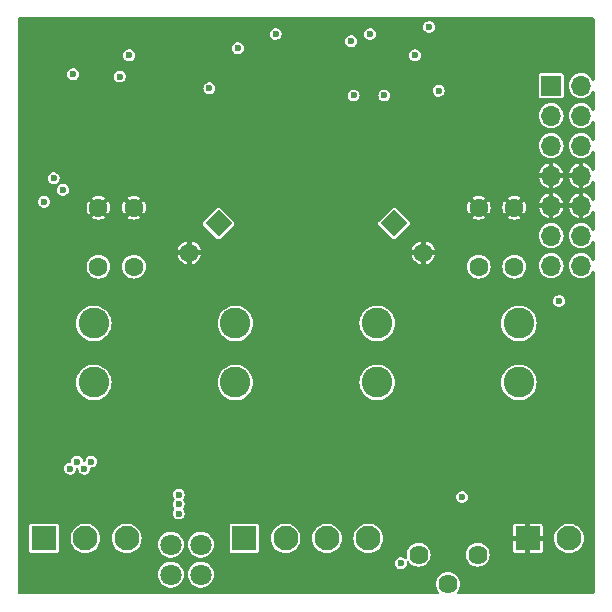
<source format=gbr>
%TF.GenerationSoftware,KiCad,Pcbnew,8.0.8*%
%TF.CreationDate,2025-03-09T11:47:17+01:00*%
%TF.ProjectId,01-2x30w_audio_amp,30312d32-7833-4307-975f-617564696f5f,rev?*%
%TF.SameCoordinates,Original*%
%TF.FileFunction,Copper,L2,Inr*%
%TF.FilePolarity,Positive*%
%FSLAX46Y46*%
G04 Gerber Fmt 4.6, Leading zero omitted, Abs format (unit mm)*
G04 Created by KiCad (PCBNEW 8.0.8) date 2025-03-09 11:47:17*
%MOMM*%
%LPD*%
G01*
G04 APERTURE LIST*
G04 Aperture macros list*
%AMRotRect*
0 Rectangle, with rotation*
0 The origin of the aperture is its center*
0 $1 length*
0 $2 width*
0 $3 Rotation angle, in degrees counterclockwise*
0 Add horizontal line*
21,1,$1,$2,0,0,$3*%
G04 Aperture macros list end*
%TA.AperFunction,ComponentPad*%
%ADD10C,1.800000*%
%TD*%
%TA.AperFunction,ComponentPad*%
%ADD11C,2.600000*%
%TD*%
%TA.AperFunction,ComponentPad*%
%ADD12C,1.600000*%
%TD*%
%TA.AperFunction,ComponentPad*%
%ADD13RotRect,1.600000X1.600000X225.000000*%
%TD*%
%TA.AperFunction,ComponentPad*%
%ADD14C,1.620000*%
%TD*%
%TA.AperFunction,ComponentPad*%
%ADD15R,2.100000X2.100000*%
%TD*%
%TA.AperFunction,ComponentPad*%
%ADD16C,2.100000*%
%TD*%
%TA.AperFunction,ComponentPad*%
%ADD17R,1.700000X1.700000*%
%TD*%
%TA.AperFunction,ComponentPad*%
%ADD18O,1.700000X1.700000*%
%TD*%
%TA.AperFunction,ComponentPad*%
%ADD19C,5.600000*%
%TD*%
%TA.AperFunction,ComponentPad*%
%ADD20RotRect,1.600000X1.600000X315.000000*%
%TD*%
%TA.AperFunction,ComponentPad*%
%ADD21C,0.600000*%
%TD*%
%TA.AperFunction,ViaPad*%
%ADD22C,0.600000*%
%TD*%
G04 APERTURE END LIST*
D10*
%TO.N,+12V*%
%TO.C,D4*%
X179030000Y-134530000D03*
%TO.N,Net-(D4-A1)*%
X181570000Y-134530000D03*
%TO.N,+12V*%
X179030000Y-137070000D03*
%TO.N,Net-(D4-A2)*%
X181570000Y-137070000D03*
%TD*%
D11*
%TO.N,Net-(JP3-B)*%
%TO.C,L3*%
X196500000Y-115800000D03*
%TO.N,/L+*%
X196500000Y-120800000D03*
%TD*%
%TO.N,Net-(JP2-B)*%
%TO.C,L1*%
X172500000Y-115800000D03*
%TO.N,/R+*%
X172500000Y-120800000D03*
%TD*%
D12*
%TO.N,/R-*%
%TO.C,C30*%
X175900000Y-111000000D03*
%TO.N,GND*%
X175900000Y-106000000D03*
%TD*%
D13*
%TO.N,+24V*%
%TO.C,C27*%
X183068601Y-107331399D03*
D12*
%TO.N,GND*%
X180593727Y-109806273D03*
%TD*%
%TO.N,GND*%
%TO.C,C29*%
X172900000Y-106000000D03*
%TO.N,/R+*%
X172900000Y-111000000D03*
%TD*%
%TO.N,GND*%
%TO.C,C32*%
X208100000Y-106000000D03*
%TO.N,/L-*%
X208100000Y-111000000D03*
%TD*%
D14*
%TO.N,Net-(U3-+)*%
%TO.C,RV1*%
X205000000Y-135375000D03*
X202500000Y-137875000D03*
%TO.N,Net-(R18-Pad2)*%
X200000000Y-135375000D03*
%TD*%
D15*
%TO.N,/R+*%
%TO.C,J4*%
X185247500Y-134000000D03*
D16*
%TO.N,/R-*%
X188747500Y-134000000D03*
%TO.N,/L+*%
X192247499Y-134000000D03*
%TO.N,/L-*%
X195747500Y-134000000D03*
%TD*%
D17*
%TO.N,/INR*%
%TO.C,J3*%
X211225000Y-95675000D03*
D18*
%TO.N,/ING*%
X213765000Y-95675000D03*
%TO.N,/SUM*%
X211225000Y-98215000D03*
%TO.N,/INL*%
X213765000Y-98215000D03*
%TO.N,/SYNC*%
X211225000Y-100755000D03*
%TO.N,/MUTE*%
X213765000Y-100755000D03*
%TO.N,GND*%
X211225000Y-103295000D03*
X213765000Y-103295000D03*
X211225000Y-105835000D03*
X213765000Y-105835000D03*
%TO.N,+24V*%
X211225000Y-108375000D03*
X213765000Y-108375000D03*
X211225000Y-110915000D03*
X213765000Y-110915000D03*
%TD*%
D19*
%TO.N,GND*%
%TO.C,H3*%
X203200000Y-101600000D03*
%TD*%
%TO.N,GND*%
%TO.C,H1*%
X177800000Y-101600000D03*
%TD*%
D12*
%TO.N,/L+*%
%TO.C,C31*%
X205100000Y-111000000D03*
%TO.N,GND*%
X205100000Y-106000000D03*
%TD*%
D20*
%TO.N,+24V*%
%TO.C,C28*%
X197931399Y-107331399D03*
D12*
%TO.N,GND*%
X200406273Y-109806273D03*
%TD*%
D19*
%TO.N,GND*%
%TO.C,H4*%
X203200000Y-127000000D03*
%TD*%
D11*
%TO.N,Net-(JP3-A)*%
%TO.C,L4*%
X208500000Y-115800000D03*
%TO.N,/L-*%
X208500000Y-120800000D03*
%TD*%
D19*
%TO.N,GND*%
%TO.C,H2*%
X177800000Y-127000000D03*
%TD*%
D11*
%TO.N,Net-(JP2-A)*%
%TO.C,L2*%
X184500000Y-115800000D03*
%TO.N,/R-*%
X184500000Y-120800000D03*
%TD*%
D15*
%TO.N,GND*%
%TO.C,J1*%
X209247500Y-134000000D03*
D16*
%TO.N,+24V*%
X212747500Y-134000000D03*
%TD*%
D15*
%TO.N,/ING*%
%TO.C,J2*%
X168297500Y-134000000D03*
D16*
%TO.N,/INL*%
X171797500Y-134000000D03*
%TO.N,/INR*%
X175297500Y-134000000D03*
%TD*%
D21*
%TO.N,GND*%
%TO.C,U4*%
X195700000Y-99350000D03*
X194400000Y-99350000D03*
X193100000Y-99350000D03*
X191800000Y-99350000D03*
X190500000Y-99350000D03*
X189200000Y-99350000D03*
X187900000Y-99350000D03*
X186600000Y-99350000D03*
X185300000Y-99350000D03*
X194400000Y-100849999D03*
X186600000Y-100849999D03*
X195700000Y-100850000D03*
X193100001Y-100850000D03*
X191800000Y-100850000D03*
X190500000Y-100850000D03*
X189200000Y-100850000D03*
X187899999Y-100850000D03*
X185300000Y-100850000D03*
X195700000Y-102350000D03*
X193100001Y-102350000D03*
X191800000Y-102350000D03*
X190500000Y-102350000D03*
X189200000Y-102350000D03*
X187899999Y-102350000D03*
X185300000Y-102350000D03*
X194400000Y-102350001D03*
X186600000Y-102350001D03*
X195700000Y-103850000D03*
X194400000Y-103850000D03*
X193100000Y-103850000D03*
X191800000Y-103850000D03*
X190500000Y-103850000D03*
X189200000Y-103850000D03*
X187900000Y-103850000D03*
X186600000Y-103850000D03*
X185300000Y-103850000D03*
%TD*%
D22*
%TO.N,+24V*%
X182300000Y-95900000D03*
%TO.N,GND*%
X179300000Y-95900000D03*
X171900000Y-96900000D03*
X185500000Y-94300000D03*
X199950000Y-96900000D03*
X179300000Y-94300000D03*
X199700000Y-95100000D03*
X193500000Y-94300000D03*
X173700000Y-93900000D03*
X190500000Y-132900000D03*
X209300000Y-100900000D03*
X190300000Y-94300000D03*
X176300000Y-94900000D03*
X207700000Y-102500000D03*
X205500000Y-90700000D03*
%TO.N,/PEAK*%
X211900000Y-113900000D03*
X203700000Y-130500000D03*
%TO.N,+24V*%
X179700000Y-130300000D03*
X179700000Y-131100000D03*
X179700000Y-131900000D03*
%TO.N,+12V*%
X201700000Y-96100000D03*
X172300000Y-127500000D03*
X200900000Y-90700000D03*
X171700000Y-128100000D03*
X171100000Y-127500000D03*
X174700000Y-94900000D03*
X170500000Y-128100000D03*
X170762500Y-94700000D03*
%TO.N,/INL*%
X169100000Y-103500000D03*
X194300000Y-91900000D03*
%TO.N,/ING*%
X187900000Y-91300000D03*
X168297500Y-105500000D03*
X195900000Y-91300000D03*
%TO.N,/INR*%
X184700000Y-92500000D03*
X169900000Y-104500000D03*
%TO.N,/SYNC*%
X197100000Y-96500000D03*
%TO.N,/MUTE*%
X194500000Y-96500000D03*
X198500000Y-136100000D03*
%TO.N,/SUM*%
X175500000Y-93100000D03*
X199700000Y-93100000D03*
%TD*%
%TA.AperFunction,Conductor*%
%TO.N,GND*%
G36*
X214858691Y-89919407D02*
G01*
X214894655Y-89968907D01*
X214899500Y-89999500D01*
X214899500Y-95173785D01*
X214880593Y-95231976D01*
X214831093Y-95267940D01*
X214769907Y-95267940D01*
X214720407Y-95231976D01*
X214713190Y-95220454D01*
X214642683Y-95088547D01*
X214511414Y-94928595D01*
X214511410Y-94928590D01*
X214476569Y-94899997D01*
X214351452Y-94797316D01*
X214168954Y-94699768D01*
X213970934Y-94639699D01*
X213970929Y-94639698D01*
X213765003Y-94619417D01*
X213764997Y-94619417D01*
X213559070Y-94639698D01*
X213559065Y-94639699D01*
X213361045Y-94699768D01*
X213178547Y-94797316D01*
X213018595Y-94928585D01*
X213018585Y-94928595D01*
X212887316Y-95088547D01*
X212789768Y-95271045D01*
X212729699Y-95469065D01*
X212729698Y-95469070D01*
X212709417Y-95674996D01*
X212709417Y-95675003D01*
X212729698Y-95880929D01*
X212729699Y-95880934D01*
X212789768Y-96078954D01*
X212887316Y-96261452D01*
X212979167Y-96373373D01*
X213018590Y-96421410D01*
X213018595Y-96421414D01*
X213178547Y-96552683D01*
X213178548Y-96552683D01*
X213178550Y-96552685D01*
X213361046Y-96650232D01*
X213498997Y-96692078D01*
X213559065Y-96710300D01*
X213559070Y-96710301D01*
X213764997Y-96730583D01*
X213765000Y-96730583D01*
X213765003Y-96730583D01*
X213970929Y-96710301D01*
X213970934Y-96710300D01*
X214168954Y-96650232D01*
X214351450Y-96552685D01*
X214511410Y-96421410D01*
X214642685Y-96261450D01*
X214713190Y-96129544D01*
X214757296Y-96087139D01*
X214817904Y-96078756D01*
X214871865Y-96107599D01*
X214898566Y-96162650D01*
X214899500Y-96176214D01*
X214899500Y-97713785D01*
X214880593Y-97771976D01*
X214831093Y-97807940D01*
X214769907Y-97807940D01*
X214720407Y-97771976D01*
X214713190Y-97760454D01*
X214642683Y-97628547D01*
X214511414Y-97468595D01*
X214511410Y-97468590D01*
X214511404Y-97468585D01*
X214351452Y-97337316D01*
X214168954Y-97239768D01*
X213970934Y-97179699D01*
X213970929Y-97179698D01*
X213765003Y-97159417D01*
X213764997Y-97159417D01*
X213559070Y-97179698D01*
X213559065Y-97179699D01*
X213361045Y-97239768D01*
X213178547Y-97337316D01*
X213018595Y-97468585D01*
X213018585Y-97468595D01*
X212887316Y-97628547D01*
X212789768Y-97811045D01*
X212729699Y-98009065D01*
X212729698Y-98009070D01*
X212709417Y-98214996D01*
X212709417Y-98215003D01*
X212729698Y-98420929D01*
X212729699Y-98420934D01*
X212789768Y-98618954D01*
X212887316Y-98801452D01*
X212954217Y-98882971D01*
X213018590Y-98961410D01*
X213018595Y-98961414D01*
X213178547Y-99092683D01*
X213178548Y-99092683D01*
X213178550Y-99092685D01*
X213361046Y-99190232D01*
X213498997Y-99232078D01*
X213559065Y-99250300D01*
X213559070Y-99250301D01*
X213764997Y-99270583D01*
X213765000Y-99270583D01*
X213765003Y-99270583D01*
X213970929Y-99250301D01*
X213970934Y-99250300D01*
X214168954Y-99190232D01*
X214351450Y-99092685D01*
X214511410Y-98961410D01*
X214642685Y-98801450D01*
X214713190Y-98669544D01*
X214757296Y-98627139D01*
X214817904Y-98618756D01*
X214871865Y-98647599D01*
X214898566Y-98702650D01*
X214899500Y-98716214D01*
X214899500Y-100253785D01*
X214880593Y-100311976D01*
X214831093Y-100347940D01*
X214769907Y-100347940D01*
X214720407Y-100311976D01*
X214713190Y-100300454D01*
X214642683Y-100168547D01*
X214511414Y-100008595D01*
X214511410Y-100008590D01*
X214438409Y-99948680D01*
X214351452Y-99877316D01*
X214168954Y-99779768D01*
X213970934Y-99719699D01*
X213970929Y-99719698D01*
X213765003Y-99699417D01*
X213764997Y-99699417D01*
X213559070Y-99719698D01*
X213559065Y-99719699D01*
X213361045Y-99779768D01*
X213178547Y-99877316D01*
X213018595Y-100008585D01*
X213018585Y-100008595D01*
X212887316Y-100168547D01*
X212789768Y-100351045D01*
X212729699Y-100549065D01*
X212729698Y-100549070D01*
X212709417Y-100754996D01*
X212709417Y-100755003D01*
X212729698Y-100960929D01*
X212729699Y-100960934D01*
X212789768Y-101158954D01*
X212887316Y-101341452D01*
X213018585Y-101501404D01*
X213018590Y-101501410D01*
X213018595Y-101501414D01*
X213178547Y-101632683D01*
X213178548Y-101632683D01*
X213178550Y-101632685D01*
X213361046Y-101730232D01*
X213498997Y-101772078D01*
X213559065Y-101790300D01*
X213559070Y-101790301D01*
X213764997Y-101810583D01*
X213765000Y-101810583D01*
X213765003Y-101810583D01*
X213970929Y-101790301D01*
X213970934Y-101790300D01*
X214168954Y-101730232D01*
X214351450Y-101632685D01*
X214511410Y-101501410D01*
X214642685Y-101341450D01*
X214713190Y-101209544D01*
X214757296Y-101167139D01*
X214817904Y-101158756D01*
X214871865Y-101187599D01*
X214898566Y-101242650D01*
X214899500Y-101256214D01*
X214899500Y-102794844D01*
X214880593Y-102853035D01*
X214831093Y-102888999D01*
X214769907Y-102888999D01*
X214720407Y-102853035D01*
X214713190Y-102841512D01*
X214642275Y-102708839D01*
X214642268Y-102708829D01*
X214511059Y-102548949D01*
X214511050Y-102548940D01*
X214351170Y-102417731D01*
X214351160Y-102417724D01*
X214168767Y-102320234D01*
X214168762Y-102320232D01*
X213970844Y-102260194D01*
X213970834Y-102260192D01*
X213965000Y-102259617D01*
X213965000Y-102833120D01*
X213957993Y-102829075D01*
X213830826Y-102795000D01*
X213699174Y-102795000D01*
X213572007Y-102829075D01*
X213565000Y-102833120D01*
X213565000Y-102259617D01*
X213559165Y-102260192D01*
X213559155Y-102260194D01*
X213361237Y-102320232D01*
X213361232Y-102320234D01*
X213178839Y-102417724D01*
X213178829Y-102417731D01*
X213018949Y-102548940D01*
X213018940Y-102548949D01*
X212887731Y-102708829D01*
X212887724Y-102708839D01*
X212790234Y-102891232D01*
X212790232Y-102891237D01*
X212730194Y-103089155D01*
X212730192Y-103089165D01*
X212729617Y-103095000D01*
X213303120Y-103095000D01*
X213299075Y-103102007D01*
X213265000Y-103229174D01*
X213265000Y-103360826D01*
X213299075Y-103487993D01*
X213303120Y-103495000D01*
X212729617Y-103495000D01*
X212730192Y-103500834D01*
X212730194Y-103500844D01*
X212790232Y-103698762D01*
X212790234Y-103698767D01*
X212887724Y-103881160D01*
X212887731Y-103881170D01*
X213018940Y-104041050D01*
X213018949Y-104041059D01*
X213178829Y-104172268D01*
X213178839Y-104172275D01*
X213361232Y-104269765D01*
X213361237Y-104269767D01*
X213559158Y-104329806D01*
X213559160Y-104329807D01*
X213565000Y-104330381D01*
X213565000Y-103756879D01*
X213572007Y-103760925D01*
X213699174Y-103795000D01*
X213830826Y-103795000D01*
X213957993Y-103760925D01*
X213965000Y-103756879D01*
X213965000Y-104330381D01*
X213970839Y-104329807D01*
X213970841Y-104329806D01*
X214168762Y-104269767D01*
X214168767Y-104269765D01*
X214351160Y-104172275D01*
X214351170Y-104172268D01*
X214511050Y-104041059D01*
X214511059Y-104041050D01*
X214642268Y-103881170D01*
X214642275Y-103881160D01*
X214713190Y-103748487D01*
X214757295Y-103706080D01*
X214817903Y-103697697D01*
X214871864Y-103726539D01*
X214898566Y-103781590D01*
X214899500Y-103795155D01*
X214899500Y-105334844D01*
X214880593Y-105393035D01*
X214831093Y-105428999D01*
X214769907Y-105428999D01*
X214720407Y-105393035D01*
X214713190Y-105381512D01*
X214642275Y-105248839D01*
X214642268Y-105248829D01*
X214511059Y-105088949D01*
X214511050Y-105088940D01*
X214351170Y-104957731D01*
X214351160Y-104957724D01*
X214168767Y-104860234D01*
X214168762Y-104860232D01*
X213970844Y-104800194D01*
X213970834Y-104800192D01*
X213965000Y-104799617D01*
X213965000Y-105373120D01*
X213957993Y-105369075D01*
X213830826Y-105335000D01*
X213699174Y-105335000D01*
X213572007Y-105369075D01*
X213565000Y-105373120D01*
X213565000Y-104799617D01*
X213559165Y-104800192D01*
X213559155Y-104800194D01*
X213361237Y-104860232D01*
X213361232Y-104860234D01*
X213178839Y-104957724D01*
X213178829Y-104957731D01*
X213018949Y-105088940D01*
X213018940Y-105088949D01*
X212887731Y-105248829D01*
X212887724Y-105248839D01*
X212790234Y-105431232D01*
X212790232Y-105431237D01*
X212730194Y-105629155D01*
X212730192Y-105629165D01*
X212729617Y-105635000D01*
X213303120Y-105635000D01*
X213299075Y-105642007D01*
X213265000Y-105769174D01*
X213265000Y-105900826D01*
X213299075Y-106027993D01*
X213303120Y-106035000D01*
X212729617Y-106035000D01*
X212730192Y-106040834D01*
X212730194Y-106040844D01*
X212790232Y-106238762D01*
X212790234Y-106238767D01*
X212887724Y-106421160D01*
X212887731Y-106421170D01*
X213018940Y-106581050D01*
X213018949Y-106581059D01*
X213178829Y-106712268D01*
X213178839Y-106712275D01*
X213361232Y-106809765D01*
X213361237Y-106809767D01*
X213559158Y-106869806D01*
X213559160Y-106869807D01*
X213565000Y-106870381D01*
X213565000Y-106296879D01*
X213572007Y-106300925D01*
X213699174Y-106335000D01*
X213830826Y-106335000D01*
X213957993Y-106300925D01*
X213965000Y-106296879D01*
X213965000Y-106870381D01*
X213970839Y-106869807D01*
X213970841Y-106869806D01*
X214168762Y-106809767D01*
X214168767Y-106809765D01*
X214351160Y-106712275D01*
X214351170Y-106712268D01*
X214511050Y-106581059D01*
X214511059Y-106581050D01*
X214642268Y-106421170D01*
X214642275Y-106421160D01*
X214713190Y-106288487D01*
X214757295Y-106246080D01*
X214817903Y-106237697D01*
X214871864Y-106266539D01*
X214898566Y-106321590D01*
X214899500Y-106335155D01*
X214899500Y-107873785D01*
X214880593Y-107931976D01*
X214831093Y-107967940D01*
X214769907Y-107967940D01*
X214720407Y-107931976D01*
X214713190Y-107920454D01*
X214642683Y-107788547D01*
X214511414Y-107628595D01*
X214511410Y-107628590D01*
X214511404Y-107628585D01*
X214351452Y-107497316D01*
X214168954Y-107399768D01*
X213970934Y-107339699D01*
X213970929Y-107339698D01*
X213765003Y-107319417D01*
X213764997Y-107319417D01*
X213559070Y-107339698D01*
X213559065Y-107339699D01*
X213361045Y-107399768D01*
X213178547Y-107497316D01*
X213018595Y-107628585D01*
X213018585Y-107628595D01*
X212887316Y-107788547D01*
X212789768Y-107971045D01*
X212729699Y-108169065D01*
X212729698Y-108169070D01*
X212709417Y-108374996D01*
X212709417Y-108375003D01*
X212729698Y-108580929D01*
X212729699Y-108580934D01*
X212789768Y-108778954D01*
X212887316Y-108961452D01*
X212997524Y-109095741D01*
X213018590Y-109121410D01*
X213018595Y-109121414D01*
X213178547Y-109252683D01*
X213178548Y-109252683D01*
X213178550Y-109252685D01*
X213361046Y-109350232D01*
X213498997Y-109392078D01*
X213559065Y-109410300D01*
X213559070Y-109410301D01*
X213764997Y-109430583D01*
X213765000Y-109430583D01*
X213765003Y-109430583D01*
X213970929Y-109410301D01*
X213970934Y-109410300D01*
X213984209Y-109406273D01*
X214168954Y-109350232D01*
X214351450Y-109252685D01*
X214511410Y-109121410D01*
X214642685Y-108961450D01*
X214713190Y-108829544D01*
X214757296Y-108787139D01*
X214817904Y-108778756D01*
X214871865Y-108807599D01*
X214898566Y-108862650D01*
X214899500Y-108876214D01*
X214899500Y-110413785D01*
X214880593Y-110471976D01*
X214831093Y-110507940D01*
X214769907Y-110507940D01*
X214720407Y-110471976D01*
X214713190Y-110460454D01*
X214642683Y-110328547D01*
X214511414Y-110168595D01*
X214511410Y-110168590D01*
X214392725Y-110071188D01*
X214351452Y-110037316D01*
X214168954Y-109939768D01*
X213970934Y-109879699D01*
X213970929Y-109879698D01*
X213765003Y-109859417D01*
X213764997Y-109859417D01*
X213559070Y-109879698D01*
X213559065Y-109879699D01*
X213361045Y-109939768D01*
X213178547Y-110037316D01*
X213018595Y-110168585D01*
X213018585Y-110168595D01*
X212887316Y-110328547D01*
X212789768Y-110511045D01*
X212729699Y-110709065D01*
X212729698Y-110709070D01*
X212709417Y-110914996D01*
X212709417Y-110915003D01*
X212729698Y-111120929D01*
X212729699Y-111120934D01*
X212789768Y-111318954D01*
X212887316Y-111501452D01*
X213018585Y-111661404D01*
X213018590Y-111661410D01*
X213018595Y-111661414D01*
X213178547Y-111792683D01*
X213178548Y-111792683D01*
X213178550Y-111792685D01*
X213361046Y-111890232D01*
X213488229Y-111928812D01*
X213559065Y-111950300D01*
X213559070Y-111950301D01*
X213764997Y-111970583D01*
X213765000Y-111970583D01*
X213765003Y-111970583D01*
X213970929Y-111950301D01*
X213970934Y-111950300D01*
X214168954Y-111890232D01*
X214351450Y-111792685D01*
X214511410Y-111661410D01*
X214642685Y-111501450D01*
X214713190Y-111369544D01*
X214757296Y-111327139D01*
X214817904Y-111318756D01*
X214871865Y-111347599D01*
X214898566Y-111402650D01*
X214899500Y-111416214D01*
X214899500Y-138600500D01*
X214880593Y-138658691D01*
X214831093Y-138694655D01*
X214800500Y-138699500D01*
X203339895Y-138699500D01*
X203281704Y-138680593D01*
X203245740Y-138631093D01*
X203245740Y-138569907D01*
X203263367Y-138537695D01*
X203308857Y-138482263D01*
X203344265Y-138439120D01*
X203438097Y-138263573D01*
X203495879Y-138073093D01*
X203507808Y-137951981D01*
X203515389Y-137875003D01*
X203515389Y-137874996D01*
X203495880Y-137676912D01*
X203495879Y-137676906D01*
X203480277Y-137625475D01*
X203438097Y-137486427D01*
X203344265Y-137310880D01*
X203313245Y-137273082D01*
X203217992Y-137157016D01*
X203217983Y-137157007D01*
X203064124Y-137030738D01*
X203064122Y-137030737D01*
X203064120Y-137030735D01*
X202988885Y-136990521D01*
X202888581Y-136936907D01*
X202888578Y-136936906D01*
X202888573Y-136936903D01*
X202867636Y-136930551D01*
X202698093Y-136879120D01*
X202698087Y-136879119D01*
X202500003Y-136859611D01*
X202499997Y-136859611D01*
X202301912Y-136879119D01*
X202301906Y-136879120D01*
X202111433Y-136936901D01*
X202111431Y-136936901D01*
X202111427Y-136936903D01*
X202111424Y-136936904D01*
X202111418Y-136936907D01*
X201935885Y-137030732D01*
X201935875Y-137030738D01*
X201782016Y-137157007D01*
X201782007Y-137157016D01*
X201655738Y-137310875D01*
X201655732Y-137310885D01*
X201561907Y-137486418D01*
X201561901Y-137486433D01*
X201504120Y-137676906D01*
X201504119Y-137676912D01*
X201484611Y-137874996D01*
X201484611Y-137875003D01*
X201504119Y-138073087D01*
X201504120Y-138073093D01*
X201533669Y-138170500D01*
X201561903Y-138263573D01*
X201655735Y-138439120D01*
X201655737Y-138439122D01*
X201655738Y-138439124D01*
X201736633Y-138537695D01*
X201758933Y-138594672D01*
X201743484Y-138653875D01*
X201696187Y-138692690D01*
X201660105Y-138699500D01*
X166199500Y-138699500D01*
X166141309Y-138680593D01*
X166105345Y-138631093D01*
X166100500Y-138600500D01*
X166100500Y-137070000D01*
X177924785Y-137070000D01*
X177943603Y-137273083D01*
X177999418Y-137469250D01*
X178090327Y-137651821D01*
X178213236Y-137814579D01*
X178363959Y-137951981D01*
X178537363Y-138059348D01*
X178727544Y-138133024D01*
X178928024Y-138170500D01*
X179131976Y-138170500D01*
X179332456Y-138133024D01*
X179522637Y-138059348D01*
X179696041Y-137951981D01*
X179846764Y-137814579D01*
X179969673Y-137651821D01*
X180060582Y-137469250D01*
X180116397Y-137273083D01*
X180135215Y-137070000D01*
X180464785Y-137070000D01*
X180483603Y-137273083D01*
X180539418Y-137469250D01*
X180630327Y-137651821D01*
X180753236Y-137814579D01*
X180903959Y-137951981D01*
X181077363Y-138059348D01*
X181267544Y-138133024D01*
X181468024Y-138170500D01*
X181671976Y-138170500D01*
X181872456Y-138133024D01*
X182062637Y-138059348D01*
X182236041Y-137951981D01*
X182386764Y-137814579D01*
X182509673Y-137651821D01*
X182600582Y-137469250D01*
X182656397Y-137273083D01*
X182675215Y-137070000D01*
X182656397Y-136866917D01*
X182600582Y-136670750D01*
X182509673Y-136488179D01*
X182386764Y-136325421D01*
X182236041Y-136188019D01*
X182093880Y-136099997D01*
X197994353Y-136099997D01*
X197994353Y-136100002D01*
X198014834Y-136242456D01*
X198047096Y-136313098D01*
X198074623Y-136373373D01*
X198168872Y-136482143D01*
X198168873Y-136482144D01*
X198178261Y-136488177D01*
X198289947Y-136559953D01*
X198396403Y-136591211D01*
X198428035Y-136600499D01*
X198428036Y-136600499D01*
X198428039Y-136600500D01*
X198428041Y-136600500D01*
X198571959Y-136600500D01*
X198571961Y-136600500D01*
X198710053Y-136559953D01*
X198831128Y-136482143D01*
X198925377Y-136373373D01*
X198985165Y-136242457D01*
X199005647Y-136100000D01*
X199005647Y-136099997D01*
X198996197Y-136034269D01*
X199006630Y-135973980D01*
X199050508Y-135931337D01*
X199111071Y-135922630D01*
X199165185Y-135951183D01*
X199170711Y-135957369D01*
X199184344Y-135973980D01*
X199282007Y-136092983D01*
X199282016Y-136092992D01*
X199397807Y-136188019D01*
X199435880Y-136219265D01*
X199611427Y-136313097D01*
X199750475Y-136355277D01*
X199801906Y-136370879D01*
X199801912Y-136370880D01*
X199999997Y-136390389D01*
X200000000Y-136390389D01*
X200000003Y-136390389D01*
X200198087Y-136370880D01*
X200198093Y-136370879D01*
X200388573Y-136313097D01*
X200564120Y-136219265D01*
X200717988Y-136092988D01*
X200844265Y-135939120D01*
X200938097Y-135763573D01*
X200995879Y-135573093D01*
X201001173Y-135519348D01*
X201015389Y-135375003D01*
X201015389Y-135374996D01*
X203984611Y-135374996D01*
X203984611Y-135375003D01*
X204004119Y-135573087D01*
X204004120Y-135573093D01*
X204029867Y-135657966D01*
X204061903Y-135763573D01*
X204061906Y-135763578D01*
X204061907Y-135763581D01*
X204073722Y-135785685D01*
X204155735Y-135939120D01*
X204155737Y-135939122D01*
X204155738Y-135939124D01*
X204282007Y-136092983D01*
X204282016Y-136092992D01*
X204397807Y-136188019D01*
X204435880Y-136219265D01*
X204611427Y-136313097D01*
X204750475Y-136355277D01*
X204801906Y-136370879D01*
X204801912Y-136370880D01*
X204999997Y-136390389D01*
X205000000Y-136390389D01*
X205000003Y-136390389D01*
X205198087Y-136370880D01*
X205198093Y-136370879D01*
X205388573Y-136313097D01*
X205564120Y-136219265D01*
X205717988Y-136092988D01*
X205844265Y-135939120D01*
X205938097Y-135763573D01*
X205995879Y-135573093D01*
X206001173Y-135519348D01*
X206015389Y-135375003D01*
X206015389Y-135374996D01*
X205995880Y-135176912D01*
X205995879Y-135176906D01*
X205980277Y-135125475D01*
X205938097Y-134986427D01*
X205844265Y-134810880D01*
X205840976Y-134806872D01*
X205717992Y-134657016D01*
X205717983Y-134657007D01*
X205564124Y-134530738D01*
X205564122Y-134530737D01*
X205564120Y-134530735D01*
X205488885Y-134490521D01*
X205388581Y-134436907D01*
X205388578Y-134436906D01*
X205388573Y-134436903D01*
X205363602Y-134429328D01*
X205198093Y-134379120D01*
X205198087Y-134379119D01*
X205000003Y-134359611D01*
X204999997Y-134359611D01*
X204801912Y-134379119D01*
X204801906Y-134379120D01*
X204611433Y-134436901D01*
X204611431Y-134436901D01*
X204611427Y-134436903D01*
X204611424Y-134436904D01*
X204611418Y-134436907D01*
X204435885Y-134530732D01*
X204435875Y-134530738D01*
X204282016Y-134657007D01*
X204282007Y-134657016D01*
X204155738Y-134810875D01*
X204155732Y-134810885D01*
X204061907Y-134986418D01*
X204061901Y-134986433D01*
X204004120Y-135176906D01*
X204004119Y-135176912D01*
X203984611Y-135374996D01*
X201015389Y-135374996D01*
X200995880Y-135176912D01*
X200995879Y-135176906D01*
X200980277Y-135125475D01*
X200938097Y-134986427D01*
X200844265Y-134810880D01*
X200840976Y-134806872D01*
X200717992Y-134657016D01*
X200717983Y-134657007D01*
X200564124Y-134530738D01*
X200564122Y-134530737D01*
X200564120Y-134530735D01*
X200488885Y-134490521D01*
X200388581Y-134436907D01*
X200388578Y-134436906D01*
X200388573Y-134436903D01*
X200363602Y-134429328D01*
X200198093Y-134379120D01*
X200198087Y-134379119D01*
X200000003Y-134359611D01*
X199999997Y-134359611D01*
X199801912Y-134379119D01*
X199801906Y-134379120D01*
X199611433Y-134436901D01*
X199611431Y-134436901D01*
X199611427Y-134436903D01*
X199611424Y-134436904D01*
X199611418Y-134436907D01*
X199435885Y-134530732D01*
X199435875Y-134530738D01*
X199282016Y-134657007D01*
X199282007Y-134657016D01*
X199155738Y-134810875D01*
X199155732Y-134810885D01*
X199061907Y-134986418D01*
X199061901Y-134986433D01*
X199004120Y-135176906D01*
X199004119Y-135176912D01*
X198984611Y-135374996D01*
X198984611Y-135375003D01*
X199004119Y-135573087D01*
X199004120Y-135573093D01*
X199029867Y-135657966D01*
X199028666Y-135719139D01*
X198991737Y-135767924D01*
X198933187Y-135785685D01*
X198875378Y-135765639D01*
X198860311Y-135751535D01*
X198831129Y-135717858D01*
X198831127Y-135717856D01*
X198710057Y-135640049D01*
X198710054Y-135640047D01*
X198710053Y-135640047D01*
X198710050Y-135640046D01*
X198571964Y-135599500D01*
X198571961Y-135599500D01*
X198428039Y-135599500D01*
X198428035Y-135599500D01*
X198289949Y-135640046D01*
X198289942Y-135640049D01*
X198168873Y-135717855D01*
X198074622Y-135826628D01*
X198014834Y-135957543D01*
X197994353Y-136099997D01*
X182093880Y-136099997D01*
X182062637Y-136080652D01*
X181872456Y-136006976D01*
X181872455Y-136006975D01*
X181872453Y-136006975D01*
X181671976Y-135969500D01*
X181468024Y-135969500D01*
X181267546Y-136006975D01*
X181197632Y-136034059D01*
X181077363Y-136080652D01*
X181046112Y-136100002D01*
X180903959Y-136188019D01*
X180753237Y-136325420D01*
X180630328Y-136488177D01*
X180630323Y-136488186D01*
X180574398Y-136600500D01*
X180539418Y-136670750D01*
X180483603Y-136866917D01*
X180464785Y-137070000D01*
X180135215Y-137070000D01*
X180116397Y-136866917D01*
X180060582Y-136670750D01*
X179969673Y-136488179D01*
X179846764Y-136325421D01*
X179696041Y-136188019D01*
X179522637Y-136080652D01*
X179332456Y-136006976D01*
X179332455Y-136006975D01*
X179332453Y-136006975D01*
X179131976Y-135969500D01*
X178928024Y-135969500D01*
X178727546Y-136006975D01*
X178657632Y-136034059D01*
X178537363Y-136080652D01*
X178506112Y-136100002D01*
X178363959Y-136188019D01*
X178213237Y-136325420D01*
X178090328Y-136488177D01*
X178090323Y-136488186D01*
X178034398Y-136600500D01*
X177999418Y-136670750D01*
X177943603Y-136866917D01*
X177924785Y-137070000D01*
X166100500Y-137070000D01*
X166100500Y-132930253D01*
X167047000Y-132930253D01*
X167047000Y-135069746D01*
X167047001Y-135069758D01*
X167058632Y-135128227D01*
X167058634Y-135128233D01*
X167102705Y-135194189D01*
X167102948Y-135194552D01*
X167169269Y-135238867D01*
X167213731Y-135247711D01*
X167227741Y-135250498D01*
X167227746Y-135250498D01*
X167227752Y-135250500D01*
X167227753Y-135250500D01*
X169367247Y-135250500D01*
X169367248Y-135250500D01*
X169425731Y-135238867D01*
X169492052Y-135194552D01*
X169536367Y-135128231D01*
X169548000Y-135069748D01*
X169548000Y-133999996D01*
X170542223Y-133999996D01*
X170542223Y-134000003D01*
X170561291Y-134217969D01*
X170561292Y-134217976D01*
X170561293Y-134217977D01*
X170617925Y-134429330D01*
X170710398Y-134627639D01*
X170835902Y-134806877D01*
X170990623Y-134961598D01*
X171169861Y-135087102D01*
X171368170Y-135179575D01*
X171579523Y-135236207D01*
X171579527Y-135236207D01*
X171579530Y-135236208D01*
X171797497Y-135255277D01*
X171797500Y-135255277D01*
X171797503Y-135255277D01*
X172015469Y-135236208D01*
X172015470Y-135236207D01*
X172015477Y-135236207D01*
X172226830Y-135179575D01*
X172425139Y-135087102D01*
X172604377Y-134961598D01*
X172759098Y-134806877D01*
X172884602Y-134627639D01*
X172977075Y-134429330D01*
X173033707Y-134217977D01*
X173041339Y-134130747D01*
X173052777Y-134000003D01*
X173052777Y-133999996D01*
X174042223Y-133999996D01*
X174042223Y-134000003D01*
X174061291Y-134217969D01*
X174061292Y-134217976D01*
X174061293Y-134217977D01*
X174117925Y-134429330D01*
X174210398Y-134627639D01*
X174335902Y-134806877D01*
X174490623Y-134961598D01*
X174669861Y-135087102D01*
X174868170Y-135179575D01*
X175079523Y-135236207D01*
X175079527Y-135236207D01*
X175079530Y-135236208D01*
X175297497Y-135255277D01*
X175297500Y-135255277D01*
X175297503Y-135255277D01*
X175515469Y-135236208D01*
X175515470Y-135236207D01*
X175515477Y-135236207D01*
X175726830Y-135179575D01*
X175925139Y-135087102D01*
X176104377Y-134961598D01*
X176259098Y-134806877D01*
X176384602Y-134627639D01*
X176430132Y-134530000D01*
X177924785Y-134530000D01*
X177943603Y-134733083D01*
X177999418Y-134929250D01*
X178090327Y-135111821D01*
X178213236Y-135274579D01*
X178363959Y-135411981D01*
X178537363Y-135519348D01*
X178727544Y-135593024D01*
X178928024Y-135630500D01*
X179131976Y-135630500D01*
X179332456Y-135593024D01*
X179522637Y-135519348D01*
X179696041Y-135411981D01*
X179846764Y-135274579D01*
X179969673Y-135111821D01*
X180060582Y-134929250D01*
X180116397Y-134733083D01*
X180135215Y-134530000D01*
X180464785Y-134530000D01*
X180483603Y-134733083D01*
X180539418Y-134929250D01*
X180630327Y-135111821D01*
X180753236Y-135274579D01*
X180903959Y-135411981D01*
X181077363Y-135519348D01*
X181267544Y-135593024D01*
X181468024Y-135630500D01*
X181671976Y-135630500D01*
X181872456Y-135593024D01*
X182062637Y-135519348D01*
X182236041Y-135411981D01*
X182386764Y-135274579D01*
X182509673Y-135111821D01*
X182600582Y-134929250D01*
X182656397Y-134733083D01*
X182675215Y-134530000D01*
X182656397Y-134326917D01*
X182600582Y-134130750D01*
X182509673Y-133948179D01*
X182386764Y-133785421D01*
X182236041Y-133648019D01*
X182062637Y-133540652D01*
X181872456Y-133466976D01*
X181872455Y-133466975D01*
X181872453Y-133466975D01*
X181671976Y-133429500D01*
X181468024Y-133429500D01*
X181267546Y-133466975D01*
X181197632Y-133494059D01*
X181077363Y-133540652D01*
X180903959Y-133648019D01*
X180753236Y-133785421D01*
X180713388Y-133838188D01*
X180630328Y-133948177D01*
X180630323Y-133948186D01*
X180539419Y-134130747D01*
X180539418Y-134130750D01*
X180483603Y-134326917D01*
X180464785Y-134530000D01*
X180135215Y-134530000D01*
X180116397Y-134326917D01*
X180060582Y-134130750D01*
X179969673Y-133948179D01*
X179846764Y-133785421D01*
X179696041Y-133648019D01*
X179522637Y-133540652D01*
X179332456Y-133466976D01*
X179332455Y-133466975D01*
X179332453Y-133466975D01*
X179131976Y-133429500D01*
X178928024Y-133429500D01*
X178727546Y-133466975D01*
X178657632Y-133494059D01*
X178537363Y-133540652D01*
X178363959Y-133648019D01*
X178213236Y-133785421D01*
X178173388Y-133838188D01*
X178090328Y-133948177D01*
X178090323Y-133948186D01*
X177999419Y-134130747D01*
X177999418Y-134130750D01*
X177943603Y-134326917D01*
X177924785Y-134530000D01*
X176430132Y-134530000D01*
X176477075Y-134429330D01*
X176533707Y-134217977D01*
X176541339Y-134130747D01*
X176552777Y-134000003D01*
X176552777Y-133999996D01*
X176533708Y-133782030D01*
X176533707Y-133782027D01*
X176533707Y-133782023D01*
X176477075Y-133570670D01*
X176450654Y-133514010D01*
X176384607Y-133372372D01*
X176384603Y-133372364D01*
X176259101Y-133193127D01*
X176259100Y-133193126D01*
X176259098Y-133193123D01*
X176104377Y-133038402D01*
X176104373Y-133038399D01*
X176104372Y-133038398D01*
X175949924Y-132930253D01*
X183997000Y-132930253D01*
X183997000Y-135069746D01*
X183997001Y-135069758D01*
X184008632Y-135128227D01*
X184008634Y-135128233D01*
X184052705Y-135194189D01*
X184052948Y-135194552D01*
X184119269Y-135238867D01*
X184163731Y-135247711D01*
X184177741Y-135250498D01*
X184177746Y-135250498D01*
X184177752Y-135250500D01*
X184177753Y-135250500D01*
X186317247Y-135250500D01*
X186317248Y-135250500D01*
X186375731Y-135238867D01*
X186442052Y-135194552D01*
X186486367Y-135128231D01*
X186498000Y-135069748D01*
X186498000Y-133999996D01*
X187492223Y-133999996D01*
X187492223Y-134000003D01*
X187511291Y-134217969D01*
X187511292Y-134217976D01*
X187511293Y-134217977D01*
X187567925Y-134429330D01*
X187660398Y-134627639D01*
X187785902Y-134806877D01*
X187940623Y-134961598D01*
X188119861Y-135087102D01*
X188318170Y-135179575D01*
X188529523Y-135236207D01*
X188529527Y-135236207D01*
X188529530Y-135236208D01*
X188747497Y-135255277D01*
X188747500Y-135255277D01*
X188747503Y-135255277D01*
X188965469Y-135236208D01*
X188965470Y-135236207D01*
X188965477Y-135236207D01*
X189176830Y-135179575D01*
X189375139Y-135087102D01*
X189554377Y-134961598D01*
X189709098Y-134806877D01*
X189834602Y-134627639D01*
X189927075Y-134429330D01*
X189983707Y-134217977D01*
X189991339Y-134130747D01*
X190002777Y-134000003D01*
X190002777Y-133999996D01*
X190992222Y-133999996D01*
X190992222Y-134000003D01*
X191011290Y-134217969D01*
X191011291Y-134217976D01*
X191011292Y-134217977D01*
X191067924Y-134429330D01*
X191160397Y-134627639D01*
X191285901Y-134806877D01*
X191440622Y-134961598D01*
X191619860Y-135087102D01*
X191818169Y-135179575D01*
X192029522Y-135236207D01*
X192029526Y-135236207D01*
X192029529Y-135236208D01*
X192247496Y-135255277D01*
X192247499Y-135255277D01*
X192247502Y-135255277D01*
X192465468Y-135236208D01*
X192465469Y-135236207D01*
X192465476Y-135236207D01*
X192676829Y-135179575D01*
X192875138Y-135087102D01*
X193054376Y-134961598D01*
X193209097Y-134806877D01*
X193334601Y-134627639D01*
X193427074Y-134429330D01*
X193483706Y-134217977D01*
X193491338Y-134130747D01*
X193502776Y-134000003D01*
X193502776Y-133999996D01*
X194492223Y-133999996D01*
X194492223Y-134000003D01*
X194511291Y-134217969D01*
X194511292Y-134217976D01*
X194511293Y-134217977D01*
X194567925Y-134429330D01*
X194660398Y-134627639D01*
X194785902Y-134806877D01*
X194940623Y-134961598D01*
X195119861Y-135087102D01*
X195318170Y-135179575D01*
X195529523Y-135236207D01*
X195529527Y-135236207D01*
X195529530Y-135236208D01*
X195747497Y-135255277D01*
X195747500Y-135255277D01*
X195747503Y-135255277D01*
X195965469Y-135236208D01*
X195965470Y-135236207D01*
X195965477Y-135236207D01*
X196176830Y-135179575D01*
X196375139Y-135087102D01*
X196554377Y-134961598D01*
X196709098Y-134806877D01*
X196834602Y-134627639D01*
X196927075Y-134429330D01*
X196983707Y-134217977D01*
X196991339Y-134130747D01*
X197002777Y-134000003D01*
X197002777Y-133999996D01*
X196983708Y-133782030D01*
X196983707Y-133782027D01*
X196983707Y-133782023D01*
X196927075Y-133570670D01*
X196900654Y-133514010D01*
X196834607Y-133372372D01*
X196834603Y-133372364D01*
X196709101Y-133193127D01*
X196709100Y-133193126D01*
X196709098Y-133193123D01*
X196554377Y-133038402D01*
X196554373Y-133038399D01*
X196554372Y-133038398D01*
X196399990Y-132930299D01*
X207997500Y-132930299D01*
X207997500Y-133799999D01*
X207997501Y-133800000D01*
X208573569Y-133800000D01*
X208547500Y-133931056D01*
X208547500Y-134068944D01*
X208573569Y-134200000D01*
X207997501Y-134200000D01*
X207997500Y-134200001D01*
X207997500Y-135069700D01*
X208009103Y-135128036D01*
X208053306Y-135194189D01*
X208053310Y-135194193D01*
X208119463Y-135238396D01*
X208177799Y-135249999D01*
X208177803Y-135250000D01*
X209047499Y-135250000D01*
X209047500Y-135249999D01*
X209047500Y-134673930D01*
X209178556Y-134700000D01*
X209316444Y-134700000D01*
X209447500Y-134673930D01*
X209447500Y-135249999D01*
X209447501Y-135250000D01*
X210317197Y-135250000D01*
X210317200Y-135249999D01*
X210375536Y-135238396D01*
X210441689Y-135194193D01*
X210441693Y-135194189D01*
X210485896Y-135128036D01*
X210497499Y-135069700D01*
X210497500Y-135069697D01*
X210497500Y-134200001D01*
X210497499Y-134200000D01*
X209921431Y-134200000D01*
X209947500Y-134068944D01*
X209947500Y-133999996D01*
X211492223Y-133999996D01*
X211492223Y-134000003D01*
X211511291Y-134217969D01*
X211511292Y-134217976D01*
X211511293Y-134217977D01*
X211567925Y-134429330D01*
X211660398Y-134627639D01*
X211785902Y-134806877D01*
X211940623Y-134961598D01*
X212119861Y-135087102D01*
X212318170Y-135179575D01*
X212529523Y-135236207D01*
X212529527Y-135236207D01*
X212529530Y-135236208D01*
X212747497Y-135255277D01*
X212747500Y-135255277D01*
X212747503Y-135255277D01*
X212965469Y-135236208D01*
X212965470Y-135236207D01*
X212965477Y-135236207D01*
X213176830Y-135179575D01*
X213375139Y-135087102D01*
X213554377Y-134961598D01*
X213709098Y-134806877D01*
X213834602Y-134627639D01*
X213927075Y-134429330D01*
X213983707Y-134217977D01*
X213991339Y-134130747D01*
X214002777Y-134000003D01*
X214002777Y-133999996D01*
X213983708Y-133782030D01*
X213983707Y-133782027D01*
X213983707Y-133782023D01*
X213927075Y-133570670D01*
X213900654Y-133514010D01*
X213834607Y-133372372D01*
X213834603Y-133372364D01*
X213709101Y-133193127D01*
X213709100Y-133193126D01*
X213709098Y-133193123D01*
X213554377Y-133038402D01*
X213554373Y-133038399D01*
X213554372Y-133038398D01*
X213399907Y-132930241D01*
X213375139Y-132912898D01*
X213176830Y-132820425D01*
X212965477Y-132763793D01*
X212965476Y-132763792D01*
X212965469Y-132763791D01*
X212747503Y-132744723D01*
X212747497Y-132744723D01*
X212529530Y-132763791D01*
X212318166Y-132820426D01*
X212119872Y-132912892D01*
X212119864Y-132912896D01*
X211940627Y-133038398D01*
X211785898Y-133193127D01*
X211660396Y-133372364D01*
X211660392Y-133372372D01*
X211567926Y-133570666D01*
X211511291Y-133782030D01*
X211492223Y-133999996D01*
X209947500Y-133999996D01*
X209947500Y-133931056D01*
X209921431Y-133800000D01*
X210497499Y-133800000D01*
X210497500Y-133799999D01*
X210497500Y-132930302D01*
X210497499Y-132930299D01*
X210485896Y-132871963D01*
X210441693Y-132805810D01*
X210441689Y-132805806D01*
X210375536Y-132761603D01*
X210317200Y-132750000D01*
X209447501Y-132750000D01*
X209447500Y-132750001D01*
X209447500Y-133326069D01*
X209316444Y-133300000D01*
X209178556Y-133300000D01*
X209047500Y-133326069D01*
X209047500Y-132750001D01*
X209047499Y-132750000D01*
X208177799Y-132750000D01*
X208119463Y-132761603D01*
X208053310Y-132805806D01*
X208053306Y-132805810D01*
X208009103Y-132871963D01*
X207997500Y-132930299D01*
X196399990Y-132930299D01*
X196399907Y-132930241D01*
X196375139Y-132912898D01*
X196176830Y-132820425D01*
X195965477Y-132763793D01*
X195965476Y-132763792D01*
X195965469Y-132763791D01*
X195747503Y-132744723D01*
X195747497Y-132744723D01*
X195529530Y-132763791D01*
X195318166Y-132820426D01*
X195119872Y-132912892D01*
X195119864Y-132912896D01*
X194940627Y-133038398D01*
X194785898Y-133193127D01*
X194660396Y-133372364D01*
X194660392Y-133372372D01*
X194567926Y-133570666D01*
X194511291Y-133782030D01*
X194492223Y-133999996D01*
X193502776Y-133999996D01*
X193483707Y-133782030D01*
X193483706Y-133782027D01*
X193483706Y-133782023D01*
X193427074Y-133570670D01*
X193400653Y-133514010D01*
X193334606Y-133372372D01*
X193334602Y-133372364D01*
X193209100Y-133193127D01*
X193209099Y-133193126D01*
X193209097Y-133193123D01*
X193054376Y-133038402D01*
X193054372Y-133038399D01*
X193054371Y-133038398D01*
X192899906Y-132930241D01*
X192875138Y-132912898D01*
X192676829Y-132820425D01*
X192465476Y-132763793D01*
X192465475Y-132763792D01*
X192465468Y-132763791D01*
X192247502Y-132744723D01*
X192247496Y-132744723D01*
X192029529Y-132763791D01*
X191818165Y-132820426D01*
X191619871Y-132912892D01*
X191619863Y-132912896D01*
X191440626Y-133038398D01*
X191285897Y-133193127D01*
X191160395Y-133372364D01*
X191160391Y-133372372D01*
X191067925Y-133570666D01*
X191011290Y-133782030D01*
X190992222Y-133999996D01*
X190002777Y-133999996D01*
X189983708Y-133782030D01*
X189983707Y-133782027D01*
X189983707Y-133782023D01*
X189927075Y-133570670D01*
X189900654Y-133514010D01*
X189834607Y-133372372D01*
X189834603Y-133372364D01*
X189709101Y-133193127D01*
X189709100Y-133193126D01*
X189709098Y-133193123D01*
X189554377Y-133038402D01*
X189554373Y-133038399D01*
X189554372Y-133038398D01*
X189399907Y-132930241D01*
X189375139Y-132912898D01*
X189176830Y-132820425D01*
X188965477Y-132763793D01*
X188965476Y-132763792D01*
X188965469Y-132763791D01*
X188747503Y-132744723D01*
X188747497Y-132744723D01*
X188529530Y-132763791D01*
X188318166Y-132820426D01*
X188119872Y-132912892D01*
X188119864Y-132912896D01*
X187940627Y-133038398D01*
X187785898Y-133193127D01*
X187660396Y-133372364D01*
X187660392Y-133372372D01*
X187567926Y-133570666D01*
X187511291Y-133782030D01*
X187492223Y-133999996D01*
X186498000Y-133999996D01*
X186498000Y-132930252D01*
X186486367Y-132871769D01*
X186442052Y-132805448D01*
X186379709Y-132763791D01*
X186375733Y-132761134D01*
X186375731Y-132761133D01*
X186375728Y-132761132D01*
X186375727Y-132761132D01*
X186317258Y-132749501D01*
X186317248Y-132749500D01*
X184177752Y-132749500D01*
X184177751Y-132749500D01*
X184177741Y-132749501D01*
X184119272Y-132761132D01*
X184119266Y-132761134D01*
X184052951Y-132805445D01*
X184052945Y-132805451D01*
X184008634Y-132871766D01*
X184008632Y-132871772D01*
X183997001Y-132930241D01*
X183997000Y-132930253D01*
X175949924Y-132930253D01*
X175949907Y-132930241D01*
X175925139Y-132912898D01*
X175726830Y-132820425D01*
X175515477Y-132763793D01*
X175515476Y-132763792D01*
X175515469Y-132763791D01*
X175297503Y-132744723D01*
X175297497Y-132744723D01*
X175079530Y-132763791D01*
X174868166Y-132820426D01*
X174669872Y-132912892D01*
X174669864Y-132912896D01*
X174490627Y-133038398D01*
X174335898Y-133193127D01*
X174210396Y-133372364D01*
X174210392Y-133372372D01*
X174117926Y-133570666D01*
X174061291Y-133782030D01*
X174042223Y-133999996D01*
X173052777Y-133999996D01*
X173033708Y-133782030D01*
X173033707Y-133782027D01*
X173033707Y-133782023D01*
X172977075Y-133570670D01*
X172950654Y-133514010D01*
X172884607Y-133372372D01*
X172884603Y-133372364D01*
X172759101Y-133193127D01*
X172759100Y-133193126D01*
X172759098Y-133193123D01*
X172604377Y-133038402D01*
X172604373Y-133038399D01*
X172604372Y-133038398D01*
X172449907Y-132930241D01*
X172425139Y-132912898D01*
X172226830Y-132820425D01*
X172015477Y-132763793D01*
X172015476Y-132763792D01*
X172015469Y-132763791D01*
X171797503Y-132744723D01*
X171797497Y-132744723D01*
X171579530Y-132763791D01*
X171368166Y-132820426D01*
X171169872Y-132912892D01*
X171169864Y-132912896D01*
X170990627Y-133038398D01*
X170835898Y-133193127D01*
X170710396Y-133372364D01*
X170710392Y-133372372D01*
X170617926Y-133570666D01*
X170561291Y-133782030D01*
X170542223Y-133999996D01*
X169548000Y-133999996D01*
X169548000Y-132930252D01*
X169536367Y-132871769D01*
X169492052Y-132805448D01*
X169429709Y-132763791D01*
X169425733Y-132761134D01*
X169425731Y-132761133D01*
X169425728Y-132761132D01*
X169425727Y-132761132D01*
X169367258Y-132749501D01*
X169367248Y-132749500D01*
X167227752Y-132749500D01*
X167227751Y-132749500D01*
X167227741Y-132749501D01*
X167169272Y-132761132D01*
X167169266Y-132761134D01*
X167102951Y-132805445D01*
X167102945Y-132805451D01*
X167058634Y-132871766D01*
X167058632Y-132871772D01*
X167047001Y-132930241D01*
X167047000Y-132930253D01*
X166100500Y-132930253D01*
X166100500Y-130300000D01*
X174500000Y-130300000D01*
X179194353Y-130300000D01*
X179194353Y-130300002D01*
X179214834Y-130442456D01*
X179274623Y-130573373D01*
X179328169Y-130635170D01*
X179351986Y-130691529D01*
X179338127Y-130751124D01*
X179328169Y-130764830D01*
X179274623Y-130826626D01*
X179214834Y-130957543D01*
X179194353Y-131099997D01*
X179194353Y-131100002D01*
X179214834Y-131242456D01*
X179274623Y-131373373D01*
X179328169Y-131435170D01*
X179351986Y-131491529D01*
X179338127Y-131551124D01*
X179328169Y-131564830D01*
X179274623Y-131626626D01*
X179214834Y-131757543D01*
X179194353Y-131899997D01*
X179194353Y-131900002D01*
X179214834Y-132042456D01*
X179274622Y-132173371D01*
X179274623Y-132173373D01*
X179368872Y-132282143D01*
X179368873Y-132282144D01*
X179489942Y-132359950D01*
X179489947Y-132359953D01*
X179596403Y-132391211D01*
X179628035Y-132400499D01*
X179628036Y-132400499D01*
X179628039Y-132400500D01*
X179628041Y-132400500D01*
X179771959Y-132400500D01*
X179771961Y-132400500D01*
X179910053Y-132359953D01*
X180031128Y-132282143D01*
X180125377Y-132173373D01*
X180185165Y-132042457D01*
X180205647Y-131900000D01*
X180185165Y-131757543D01*
X180125377Y-131626627D01*
X180071828Y-131564828D01*
X180048012Y-131508473D01*
X180061870Y-131448877D01*
X180071820Y-131435180D01*
X180125377Y-131373373D01*
X180185165Y-131242457D01*
X180205647Y-131100000D01*
X180185165Y-130957543D01*
X180125377Y-130826627D01*
X180071828Y-130764828D01*
X180048012Y-130708473D01*
X180061870Y-130648877D01*
X180071820Y-130635180D01*
X180125377Y-130573373D01*
X180185165Y-130442457D01*
X180205647Y-130300000D01*
X181100000Y-130300000D01*
X199900000Y-130300000D01*
X203241114Y-130300000D01*
X203214834Y-130357543D01*
X203194353Y-130499997D01*
X203194353Y-130500002D01*
X203214834Y-130642456D01*
X203241114Y-130700000D01*
X203274623Y-130773373D01*
X203368872Y-130882143D01*
X203368873Y-130882144D01*
X203486197Y-130957543D01*
X203489947Y-130959953D01*
X203596403Y-130991211D01*
X203628035Y-131000499D01*
X203628036Y-131000499D01*
X203628039Y-131000500D01*
X203628041Y-131000500D01*
X203771959Y-131000500D01*
X203771961Y-131000500D01*
X203910053Y-130959953D01*
X204031128Y-130882143D01*
X204125377Y-130773373D01*
X204185165Y-130642457D01*
X204205647Y-130500000D01*
X204185165Y-130357543D01*
X204158886Y-130300000D01*
X206500000Y-130300000D01*
X206500000Y-123700000D01*
X199900000Y-123700000D01*
X199900000Y-130300000D01*
X181100000Y-130300000D01*
X181100000Y-123700000D01*
X174500000Y-123700000D01*
X174500000Y-130300000D01*
X166100500Y-130300000D01*
X166100500Y-128099997D01*
X169994353Y-128099997D01*
X169994353Y-128100002D01*
X170014834Y-128242456D01*
X170074622Y-128373371D01*
X170074623Y-128373373D01*
X170168872Y-128482143D01*
X170168873Y-128482144D01*
X170289942Y-128559950D01*
X170289947Y-128559953D01*
X170396403Y-128591211D01*
X170428035Y-128600499D01*
X170428036Y-128600499D01*
X170428039Y-128600500D01*
X170428041Y-128600500D01*
X170571959Y-128600500D01*
X170571961Y-128600500D01*
X170710053Y-128559953D01*
X170831128Y-128482143D01*
X170925377Y-128373373D01*
X170985165Y-128242457D01*
X171002007Y-128125312D01*
X171029002Y-128070406D01*
X171083116Y-128041852D01*
X171143679Y-128050559D01*
X171187557Y-128093201D01*
X171197991Y-128125312D01*
X171214834Y-128242456D01*
X171274622Y-128373371D01*
X171274623Y-128373373D01*
X171368872Y-128482143D01*
X171368873Y-128482144D01*
X171489942Y-128559950D01*
X171489947Y-128559953D01*
X171596403Y-128591211D01*
X171628035Y-128600499D01*
X171628036Y-128600499D01*
X171628039Y-128600500D01*
X171628041Y-128600500D01*
X171771959Y-128600500D01*
X171771961Y-128600500D01*
X171910053Y-128559953D01*
X172031128Y-128482143D01*
X172125377Y-128373373D01*
X172185165Y-128242457D01*
X172191992Y-128194971D01*
X172205647Y-128100002D01*
X172205647Y-128099500D01*
X172205776Y-128099101D01*
X172206655Y-128092991D01*
X172207712Y-128093143D01*
X172224554Y-128041309D01*
X172274054Y-128005345D01*
X172304647Y-128000500D01*
X172371959Y-128000500D01*
X172371961Y-128000500D01*
X172510053Y-127959953D01*
X172631128Y-127882143D01*
X172725377Y-127773373D01*
X172785165Y-127642457D01*
X172801392Y-127529594D01*
X172805647Y-127500002D01*
X172805647Y-127499997D01*
X172785165Y-127357543D01*
X172725377Y-127226628D01*
X172725377Y-127226627D01*
X172631128Y-127117857D01*
X172631127Y-127117856D01*
X172631126Y-127117855D01*
X172510057Y-127040049D01*
X172510054Y-127040047D01*
X172510053Y-127040047D01*
X172510050Y-127040046D01*
X172371964Y-126999500D01*
X172371961Y-126999500D01*
X172228039Y-126999500D01*
X172228035Y-126999500D01*
X172089949Y-127040046D01*
X172089942Y-127040049D01*
X171968873Y-127117855D01*
X171874622Y-127226628D01*
X171814834Y-127357543D01*
X171797991Y-127474687D01*
X171770995Y-127529594D01*
X171716880Y-127558147D01*
X171656318Y-127549439D01*
X171612440Y-127506797D01*
X171602007Y-127474685D01*
X171585165Y-127357544D01*
X171581205Y-127348871D01*
X171525377Y-127226627D01*
X171431128Y-127117857D01*
X171431127Y-127117856D01*
X171431126Y-127117855D01*
X171310057Y-127040049D01*
X171310054Y-127040047D01*
X171310053Y-127040047D01*
X171310050Y-127040046D01*
X171171964Y-126999500D01*
X171171961Y-126999500D01*
X171028039Y-126999500D01*
X171028035Y-126999500D01*
X170889949Y-127040046D01*
X170889942Y-127040049D01*
X170768873Y-127117855D01*
X170674622Y-127226628D01*
X170614834Y-127357543D01*
X170594353Y-127499997D01*
X170594353Y-127500500D01*
X170594223Y-127500899D01*
X170593345Y-127507008D01*
X170592287Y-127506856D01*
X170575446Y-127558691D01*
X170525946Y-127594655D01*
X170495353Y-127599500D01*
X170428035Y-127599500D01*
X170289949Y-127640046D01*
X170289942Y-127640049D01*
X170168873Y-127717855D01*
X170074622Y-127826628D01*
X170014834Y-127957543D01*
X169994353Y-128099997D01*
X166100500Y-128099997D01*
X166100500Y-120800000D01*
X170994357Y-120800000D01*
X171014891Y-121047819D01*
X171014892Y-121047821D01*
X171075937Y-121288881D01*
X171175827Y-121516607D01*
X171311836Y-121724785D01*
X171480256Y-121907738D01*
X171676491Y-122060474D01*
X171895190Y-122178828D01*
X172130386Y-122259571D01*
X172375665Y-122300500D01*
X172624335Y-122300500D01*
X172869614Y-122259571D01*
X173104810Y-122178828D01*
X173323509Y-122060474D01*
X173519744Y-121907738D01*
X173688164Y-121724785D01*
X173824173Y-121516607D01*
X173924063Y-121288881D01*
X173985108Y-121047821D01*
X174005643Y-120800000D01*
X182994357Y-120800000D01*
X183014891Y-121047819D01*
X183014892Y-121047821D01*
X183075937Y-121288881D01*
X183175827Y-121516607D01*
X183311836Y-121724785D01*
X183480256Y-121907738D01*
X183676491Y-122060474D01*
X183895190Y-122178828D01*
X184130386Y-122259571D01*
X184375665Y-122300500D01*
X184624335Y-122300500D01*
X184869614Y-122259571D01*
X185104810Y-122178828D01*
X185323509Y-122060474D01*
X185519744Y-121907738D01*
X185688164Y-121724785D01*
X185824173Y-121516607D01*
X185924063Y-121288881D01*
X185985108Y-121047821D01*
X186005643Y-120800000D01*
X194994357Y-120800000D01*
X195014891Y-121047819D01*
X195014892Y-121047821D01*
X195075937Y-121288881D01*
X195175827Y-121516607D01*
X195311836Y-121724785D01*
X195480256Y-121907738D01*
X195676491Y-122060474D01*
X195895190Y-122178828D01*
X196130386Y-122259571D01*
X196375665Y-122300500D01*
X196624335Y-122300500D01*
X196869614Y-122259571D01*
X197104810Y-122178828D01*
X197323509Y-122060474D01*
X197519744Y-121907738D01*
X197688164Y-121724785D01*
X197824173Y-121516607D01*
X197924063Y-121288881D01*
X197985108Y-121047821D01*
X198005643Y-120800000D01*
X206994357Y-120800000D01*
X207014891Y-121047819D01*
X207014892Y-121047821D01*
X207075937Y-121288881D01*
X207175827Y-121516607D01*
X207311836Y-121724785D01*
X207480256Y-121907738D01*
X207676491Y-122060474D01*
X207895190Y-122178828D01*
X208130386Y-122259571D01*
X208375665Y-122300500D01*
X208624335Y-122300500D01*
X208869614Y-122259571D01*
X209104810Y-122178828D01*
X209323509Y-122060474D01*
X209519744Y-121907738D01*
X209688164Y-121724785D01*
X209824173Y-121516607D01*
X209924063Y-121288881D01*
X209985108Y-121047821D01*
X210005643Y-120800000D01*
X209985108Y-120552179D01*
X209924063Y-120311119D01*
X209824173Y-120083393D01*
X209688164Y-119875215D01*
X209519744Y-119692262D01*
X209323509Y-119539526D01*
X209104813Y-119421173D01*
X208869611Y-119340428D01*
X208624335Y-119299500D01*
X208375665Y-119299500D01*
X208130388Y-119340428D01*
X207895186Y-119421173D01*
X207676490Y-119539526D01*
X207676487Y-119539528D01*
X207480259Y-119692259D01*
X207311835Y-119875216D01*
X207175826Y-120083395D01*
X207075937Y-120311120D01*
X207014891Y-120552180D01*
X206994357Y-120800000D01*
X198005643Y-120800000D01*
X197985108Y-120552179D01*
X197924063Y-120311119D01*
X197824173Y-120083393D01*
X197688164Y-119875215D01*
X197519744Y-119692262D01*
X197323509Y-119539526D01*
X197104813Y-119421173D01*
X196869611Y-119340428D01*
X196624335Y-119299500D01*
X196375665Y-119299500D01*
X196130388Y-119340428D01*
X195895186Y-119421173D01*
X195676490Y-119539526D01*
X195676487Y-119539528D01*
X195480259Y-119692259D01*
X195311835Y-119875216D01*
X195175826Y-120083395D01*
X195075937Y-120311120D01*
X195014891Y-120552180D01*
X194994357Y-120800000D01*
X186005643Y-120800000D01*
X185985108Y-120552179D01*
X185924063Y-120311119D01*
X185824173Y-120083393D01*
X185688164Y-119875215D01*
X185519744Y-119692262D01*
X185323509Y-119539526D01*
X185104813Y-119421173D01*
X184869611Y-119340428D01*
X184624335Y-119299500D01*
X184375665Y-119299500D01*
X184130388Y-119340428D01*
X183895186Y-119421173D01*
X183676490Y-119539526D01*
X183676487Y-119539528D01*
X183480259Y-119692259D01*
X183311835Y-119875216D01*
X183175826Y-120083395D01*
X183075937Y-120311120D01*
X183014891Y-120552180D01*
X182994357Y-120800000D01*
X174005643Y-120800000D01*
X173985108Y-120552179D01*
X173924063Y-120311119D01*
X173824173Y-120083393D01*
X173688164Y-119875215D01*
X173519744Y-119692262D01*
X173323509Y-119539526D01*
X173104813Y-119421173D01*
X172869611Y-119340428D01*
X172624335Y-119299500D01*
X172375665Y-119299500D01*
X172130388Y-119340428D01*
X171895186Y-119421173D01*
X171676490Y-119539526D01*
X171676487Y-119539528D01*
X171480259Y-119692259D01*
X171311835Y-119875216D01*
X171175826Y-120083395D01*
X171075937Y-120311120D01*
X171014891Y-120552180D01*
X170994357Y-120800000D01*
X166100500Y-120800000D01*
X166100500Y-115800000D01*
X170994357Y-115800000D01*
X171014891Y-116047819D01*
X171014892Y-116047821D01*
X171075937Y-116288881D01*
X171175827Y-116516607D01*
X171311836Y-116724785D01*
X171480256Y-116907738D01*
X171676491Y-117060474D01*
X171895190Y-117178828D01*
X172130386Y-117259571D01*
X172375665Y-117300500D01*
X172624335Y-117300500D01*
X172869614Y-117259571D01*
X173104810Y-117178828D01*
X173323509Y-117060474D01*
X173519744Y-116907738D01*
X173688164Y-116724785D01*
X173824173Y-116516607D01*
X173924063Y-116288881D01*
X173985108Y-116047821D01*
X174005643Y-115800000D01*
X182994357Y-115800000D01*
X183014891Y-116047819D01*
X183014892Y-116047821D01*
X183075937Y-116288881D01*
X183175827Y-116516607D01*
X183311836Y-116724785D01*
X183480256Y-116907738D01*
X183676491Y-117060474D01*
X183895190Y-117178828D01*
X184130386Y-117259571D01*
X184375665Y-117300500D01*
X184624335Y-117300500D01*
X184869614Y-117259571D01*
X185104810Y-117178828D01*
X185323509Y-117060474D01*
X185519744Y-116907738D01*
X185688164Y-116724785D01*
X185824173Y-116516607D01*
X185924063Y-116288881D01*
X185985108Y-116047821D01*
X186005643Y-115800000D01*
X194994357Y-115800000D01*
X195014891Y-116047819D01*
X195014892Y-116047821D01*
X195075937Y-116288881D01*
X195175827Y-116516607D01*
X195311836Y-116724785D01*
X195480256Y-116907738D01*
X195676491Y-117060474D01*
X195895190Y-117178828D01*
X196130386Y-117259571D01*
X196375665Y-117300500D01*
X196624335Y-117300500D01*
X196869614Y-117259571D01*
X197104810Y-117178828D01*
X197323509Y-117060474D01*
X197519744Y-116907738D01*
X197688164Y-116724785D01*
X197824173Y-116516607D01*
X197924063Y-116288881D01*
X197985108Y-116047821D01*
X198005643Y-115800000D01*
X206994357Y-115800000D01*
X207014891Y-116047819D01*
X207014892Y-116047821D01*
X207075937Y-116288881D01*
X207175827Y-116516607D01*
X207311836Y-116724785D01*
X207480256Y-116907738D01*
X207676491Y-117060474D01*
X207895190Y-117178828D01*
X208130386Y-117259571D01*
X208375665Y-117300500D01*
X208624335Y-117300500D01*
X208869614Y-117259571D01*
X209104810Y-117178828D01*
X209323509Y-117060474D01*
X209519744Y-116907738D01*
X209688164Y-116724785D01*
X209824173Y-116516607D01*
X209924063Y-116288881D01*
X209985108Y-116047821D01*
X210005643Y-115800000D01*
X209985108Y-115552179D01*
X209924063Y-115311119D01*
X209824173Y-115083393D01*
X209688164Y-114875215D01*
X209519744Y-114692262D01*
X209323509Y-114539526D01*
X209104813Y-114421173D01*
X208869611Y-114340428D01*
X208624335Y-114299500D01*
X208375665Y-114299500D01*
X208130388Y-114340428D01*
X207895186Y-114421173D01*
X207676490Y-114539526D01*
X207676487Y-114539528D01*
X207480259Y-114692259D01*
X207311835Y-114875216D01*
X207175826Y-115083395D01*
X207075937Y-115311120D01*
X207014891Y-115552180D01*
X206994357Y-115800000D01*
X198005643Y-115800000D01*
X197985108Y-115552179D01*
X197924063Y-115311119D01*
X197824173Y-115083393D01*
X197688164Y-114875215D01*
X197519744Y-114692262D01*
X197323509Y-114539526D01*
X197104813Y-114421173D01*
X196869611Y-114340428D01*
X196624335Y-114299500D01*
X196375665Y-114299500D01*
X196130388Y-114340428D01*
X195895186Y-114421173D01*
X195676490Y-114539526D01*
X195676487Y-114539528D01*
X195480259Y-114692259D01*
X195311835Y-114875216D01*
X195175826Y-115083395D01*
X195075937Y-115311120D01*
X195014891Y-115552180D01*
X194994357Y-115800000D01*
X186005643Y-115800000D01*
X185985108Y-115552179D01*
X185924063Y-115311119D01*
X185824173Y-115083393D01*
X185688164Y-114875215D01*
X185519744Y-114692262D01*
X185323509Y-114539526D01*
X185104813Y-114421173D01*
X184869611Y-114340428D01*
X184624335Y-114299500D01*
X184375665Y-114299500D01*
X184130388Y-114340428D01*
X183895186Y-114421173D01*
X183676490Y-114539526D01*
X183676487Y-114539528D01*
X183480259Y-114692259D01*
X183311835Y-114875216D01*
X183175826Y-115083395D01*
X183075937Y-115311120D01*
X183014891Y-115552180D01*
X182994357Y-115800000D01*
X174005643Y-115800000D01*
X173985108Y-115552179D01*
X173924063Y-115311119D01*
X173824173Y-115083393D01*
X173688164Y-114875215D01*
X173519744Y-114692262D01*
X173323509Y-114539526D01*
X173104813Y-114421173D01*
X172869611Y-114340428D01*
X172624335Y-114299500D01*
X172375665Y-114299500D01*
X172130388Y-114340428D01*
X171895186Y-114421173D01*
X171676490Y-114539526D01*
X171676487Y-114539528D01*
X171480259Y-114692259D01*
X171311835Y-114875216D01*
X171175826Y-115083395D01*
X171075937Y-115311120D01*
X171014891Y-115552180D01*
X170994357Y-115800000D01*
X166100500Y-115800000D01*
X166100500Y-113899997D01*
X211394353Y-113899997D01*
X211394353Y-113900002D01*
X211414834Y-114042456D01*
X211474622Y-114173371D01*
X211474623Y-114173373D01*
X211568872Y-114282143D01*
X211568873Y-114282144D01*
X211595880Y-114299500D01*
X211689947Y-114359953D01*
X211796403Y-114391211D01*
X211828035Y-114400499D01*
X211828036Y-114400499D01*
X211828039Y-114400500D01*
X211828041Y-114400500D01*
X211971959Y-114400500D01*
X211971961Y-114400500D01*
X212110053Y-114359953D01*
X212231128Y-114282143D01*
X212325377Y-114173373D01*
X212385165Y-114042457D01*
X212405647Y-113900000D01*
X212385165Y-113757543D01*
X212325377Y-113626627D01*
X212231128Y-113517857D01*
X212231127Y-113517856D01*
X212231126Y-113517855D01*
X212110057Y-113440049D01*
X212110054Y-113440047D01*
X212110053Y-113440047D01*
X212110050Y-113440046D01*
X211971964Y-113399500D01*
X211971961Y-113399500D01*
X211828039Y-113399500D01*
X211828035Y-113399500D01*
X211689949Y-113440046D01*
X211689942Y-113440049D01*
X211568873Y-113517855D01*
X211474622Y-113626628D01*
X211414834Y-113757543D01*
X211394353Y-113899997D01*
X166100500Y-113899997D01*
X166100500Y-110999996D01*
X171894659Y-110999996D01*
X171894659Y-111000003D01*
X171913974Y-111196126D01*
X171913975Y-111196129D01*
X171971187Y-111384730D01*
X171971188Y-111384732D01*
X171988016Y-111416214D01*
X172064090Y-111558538D01*
X172064092Y-111558540D01*
X172064093Y-111558542D01*
X172189112Y-111710878D01*
X172189121Y-111710887D01*
X172288790Y-111792683D01*
X172341462Y-111835910D01*
X172515273Y-111928814D01*
X172703868Y-111986024D01*
X172703870Y-111986024D01*
X172703873Y-111986025D01*
X172899997Y-112005341D01*
X172900000Y-112005341D01*
X172900003Y-112005341D01*
X173096126Y-111986025D01*
X173096127Y-111986024D01*
X173096132Y-111986024D01*
X173284727Y-111928814D01*
X173458538Y-111835910D01*
X173610883Y-111710883D01*
X173735910Y-111558538D01*
X173828814Y-111384727D01*
X173886024Y-111196132D01*
X173893431Y-111120934D01*
X173905341Y-111000003D01*
X173905341Y-110999996D01*
X174894659Y-110999996D01*
X174894659Y-111000003D01*
X174913974Y-111196126D01*
X174913975Y-111196129D01*
X174971187Y-111384730D01*
X174971188Y-111384732D01*
X174988016Y-111416214D01*
X175064090Y-111558538D01*
X175064092Y-111558540D01*
X175064093Y-111558542D01*
X175189112Y-111710878D01*
X175189121Y-111710887D01*
X175288790Y-111792683D01*
X175341462Y-111835910D01*
X175515273Y-111928814D01*
X175703868Y-111986024D01*
X175703870Y-111986024D01*
X175703873Y-111986025D01*
X175899997Y-112005341D01*
X175900000Y-112005341D01*
X175900003Y-112005341D01*
X176096126Y-111986025D01*
X176096127Y-111986024D01*
X176096132Y-111986024D01*
X176284727Y-111928814D01*
X176458538Y-111835910D01*
X176610883Y-111710883D01*
X176735910Y-111558538D01*
X176828814Y-111384727D01*
X176886024Y-111196132D01*
X176893431Y-111120934D01*
X176905341Y-111000003D01*
X176905341Y-110999996D01*
X204094659Y-110999996D01*
X204094659Y-111000003D01*
X204113974Y-111196126D01*
X204113975Y-111196129D01*
X204171187Y-111384730D01*
X204171188Y-111384732D01*
X204188016Y-111416214D01*
X204264090Y-111558538D01*
X204264092Y-111558540D01*
X204264093Y-111558542D01*
X204389112Y-111710878D01*
X204389121Y-111710887D01*
X204488790Y-111792683D01*
X204541462Y-111835910D01*
X204715273Y-111928814D01*
X204903868Y-111986024D01*
X204903870Y-111986024D01*
X204903873Y-111986025D01*
X205099997Y-112005341D01*
X205100000Y-112005341D01*
X205100003Y-112005341D01*
X205296126Y-111986025D01*
X205296127Y-111986024D01*
X205296132Y-111986024D01*
X205484727Y-111928814D01*
X205658538Y-111835910D01*
X205810883Y-111710883D01*
X205935910Y-111558538D01*
X206028814Y-111384727D01*
X206086024Y-111196132D01*
X206093431Y-111120934D01*
X206105341Y-111000003D01*
X206105341Y-110999996D01*
X207094659Y-110999996D01*
X207094659Y-111000003D01*
X207113974Y-111196126D01*
X207113975Y-111196129D01*
X207171187Y-111384730D01*
X207171188Y-111384732D01*
X207188016Y-111416214D01*
X207264090Y-111558538D01*
X207264092Y-111558540D01*
X207264093Y-111558542D01*
X207389112Y-111710878D01*
X207389121Y-111710887D01*
X207488790Y-111792683D01*
X207541462Y-111835910D01*
X207715273Y-111928814D01*
X207903868Y-111986024D01*
X207903870Y-111986024D01*
X207903873Y-111986025D01*
X208099997Y-112005341D01*
X208100000Y-112005341D01*
X208100003Y-112005341D01*
X208296126Y-111986025D01*
X208296127Y-111986024D01*
X208296132Y-111986024D01*
X208484727Y-111928814D01*
X208658538Y-111835910D01*
X208810883Y-111710883D01*
X208935910Y-111558538D01*
X209028814Y-111384727D01*
X209086024Y-111196132D01*
X209093431Y-111120934D01*
X209105341Y-111000003D01*
X209105341Y-110999996D01*
X209096969Y-110914996D01*
X210169417Y-110914996D01*
X210169417Y-110915003D01*
X210189698Y-111120929D01*
X210189699Y-111120934D01*
X210249768Y-111318954D01*
X210347316Y-111501452D01*
X210478585Y-111661404D01*
X210478590Y-111661410D01*
X210478595Y-111661414D01*
X210638547Y-111792683D01*
X210638548Y-111792683D01*
X210638550Y-111792685D01*
X210821046Y-111890232D01*
X210948229Y-111928812D01*
X211019065Y-111950300D01*
X211019070Y-111950301D01*
X211224997Y-111970583D01*
X211225000Y-111970583D01*
X211225003Y-111970583D01*
X211430929Y-111950301D01*
X211430934Y-111950300D01*
X211628954Y-111890232D01*
X211811450Y-111792685D01*
X211971410Y-111661410D01*
X212102685Y-111501450D01*
X212200232Y-111318954D01*
X212260300Y-111120934D01*
X212260301Y-111120929D01*
X212280583Y-110915003D01*
X212280583Y-110914996D01*
X212260301Y-110709070D01*
X212260300Y-110709065D01*
X212239885Y-110641766D01*
X212200232Y-110511046D01*
X212102685Y-110328550D01*
X212070323Y-110289117D01*
X211971414Y-110168595D01*
X211971410Y-110168590D01*
X211852725Y-110071188D01*
X211811452Y-110037316D01*
X211628954Y-109939768D01*
X211430934Y-109879699D01*
X211430929Y-109879698D01*
X211225003Y-109859417D01*
X211224997Y-109859417D01*
X211019070Y-109879698D01*
X211019065Y-109879699D01*
X210821045Y-109939768D01*
X210638547Y-110037316D01*
X210478595Y-110168585D01*
X210478585Y-110168595D01*
X210347316Y-110328547D01*
X210249768Y-110511045D01*
X210189699Y-110709065D01*
X210189698Y-110709070D01*
X210169417Y-110914996D01*
X209096969Y-110914996D01*
X209086025Y-110803873D01*
X209086024Y-110803870D01*
X209086024Y-110803868D01*
X209028814Y-110615273D01*
X208935910Y-110441462D01*
X208872774Y-110364531D01*
X208810887Y-110289121D01*
X208810878Y-110289112D01*
X208658542Y-110164093D01*
X208658540Y-110164092D01*
X208658538Y-110164090D01*
X208587937Y-110126353D01*
X208484732Y-110071188D01*
X208484730Y-110071187D01*
X208296129Y-110013975D01*
X208296126Y-110013974D01*
X208100003Y-109994659D01*
X208099997Y-109994659D01*
X207903873Y-110013974D01*
X207903870Y-110013975D01*
X207715269Y-110071187D01*
X207715267Y-110071188D01*
X207541467Y-110164087D01*
X207541457Y-110164093D01*
X207389121Y-110289112D01*
X207389112Y-110289121D01*
X207264093Y-110441457D01*
X207264087Y-110441467D01*
X207171188Y-110615267D01*
X207171187Y-110615269D01*
X207113975Y-110803870D01*
X207113974Y-110803873D01*
X207094659Y-110999996D01*
X206105341Y-110999996D01*
X206086025Y-110803873D01*
X206086024Y-110803870D01*
X206086024Y-110803868D01*
X206028814Y-110615273D01*
X205935910Y-110441462D01*
X205872774Y-110364531D01*
X205810887Y-110289121D01*
X205810878Y-110289112D01*
X205658542Y-110164093D01*
X205658540Y-110164092D01*
X205658538Y-110164090D01*
X205587937Y-110126353D01*
X205484732Y-110071188D01*
X205484730Y-110071187D01*
X205296129Y-110013975D01*
X205296126Y-110013974D01*
X205100003Y-109994659D01*
X205099997Y-109994659D01*
X204903873Y-110013974D01*
X204903870Y-110013975D01*
X204715269Y-110071187D01*
X204715267Y-110071188D01*
X204541467Y-110164087D01*
X204541457Y-110164093D01*
X204389121Y-110289112D01*
X204389112Y-110289121D01*
X204264093Y-110441457D01*
X204264087Y-110441467D01*
X204171188Y-110615267D01*
X204171187Y-110615269D01*
X204113975Y-110803870D01*
X204113974Y-110803873D01*
X204094659Y-110999996D01*
X176905341Y-110999996D01*
X176886025Y-110803873D01*
X176886024Y-110803870D01*
X176886024Y-110803868D01*
X176828814Y-110615273D01*
X176735910Y-110441462D01*
X176672774Y-110364531D01*
X176610887Y-110289121D01*
X176610878Y-110289112D01*
X176458542Y-110164093D01*
X176458540Y-110164092D01*
X176458538Y-110164090D01*
X176387937Y-110126353D01*
X176284732Y-110071188D01*
X176284730Y-110071187D01*
X176096129Y-110013975D01*
X176096126Y-110013974D01*
X175900003Y-109994659D01*
X175899997Y-109994659D01*
X175703873Y-110013974D01*
X175703870Y-110013975D01*
X175515269Y-110071187D01*
X175515267Y-110071188D01*
X175341467Y-110164087D01*
X175341457Y-110164093D01*
X175189121Y-110289112D01*
X175189112Y-110289121D01*
X175064093Y-110441457D01*
X175064087Y-110441467D01*
X174971188Y-110615267D01*
X174971187Y-110615269D01*
X174913975Y-110803870D01*
X174913974Y-110803873D01*
X174894659Y-110999996D01*
X173905341Y-110999996D01*
X173886025Y-110803873D01*
X173886024Y-110803870D01*
X173886024Y-110803868D01*
X173828814Y-110615273D01*
X173735910Y-110441462D01*
X173672774Y-110364531D01*
X173610887Y-110289121D01*
X173610878Y-110289112D01*
X173458542Y-110164093D01*
X173458540Y-110164092D01*
X173458538Y-110164090D01*
X173387937Y-110126353D01*
X173284732Y-110071188D01*
X173284730Y-110071187D01*
X173096129Y-110013975D01*
X173096126Y-110013974D01*
X172900003Y-109994659D01*
X172899997Y-109994659D01*
X172703873Y-110013974D01*
X172703870Y-110013975D01*
X172515269Y-110071187D01*
X172515267Y-110071188D01*
X172341467Y-110164087D01*
X172341457Y-110164093D01*
X172189121Y-110289112D01*
X172189112Y-110289121D01*
X172064093Y-110441457D01*
X172064087Y-110441467D01*
X171971188Y-110615267D01*
X171971187Y-110615269D01*
X171913975Y-110803870D01*
X171913974Y-110803873D01*
X171894659Y-110999996D01*
X166100500Y-110999996D01*
X166100500Y-109606273D01*
X179609398Y-109606273D01*
X179609399Y-109606274D01*
X180247316Y-109606274D01*
X180220986Y-109651879D01*
X180193727Y-109753612D01*
X180193727Y-109858934D01*
X180220986Y-109960667D01*
X180247316Y-110006272D01*
X179609399Y-110006272D01*
X179665377Y-110190808D01*
X179665379Y-110190813D01*
X179758229Y-110364525D01*
X179758233Y-110364531D01*
X179883195Y-110516796D01*
X179883203Y-110516804D01*
X180035468Y-110641766D01*
X180035474Y-110641770D01*
X180209186Y-110734620D01*
X180209191Y-110734622D01*
X180393727Y-110790601D01*
X180393728Y-110790601D01*
X180393728Y-110152684D01*
X180439333Y-110179014D01*
X180541066Y-110206273D01*
X180646388Y-110206273D01*
X180748121Y-110179014D01*
X180793726Y-110152684D01*
X180793726Y-110790601D01*
X180978262Y-110734622D01*
X180978267Y-110734620D01*
X181151979Y-110641770D01*
X181151985Y-110641766D01*
X181304250Y-110516804D01*
X181304258Y-110516796D01*
X181429220Y-110364531D01*
X181429224Y-110364525D01*
X181522074Y-110190813D01*
X181522076Y-110190808D01*
X181578055Y-110006272D01*
X180940138Y-110006272D01*
X180966468Y-109960667D01*
X180993727Y-109858934D01*
X180993727Y-109753612D01*
X180966468Y-109651879D01*
X180940138Y-109606274D01*
X181578055Y-109606274D01*
X181578055Y-109606273D01*
X199421944Y-109606273D01*
X199421945Y-109606274D01*
X200059862Y-109606274D01*
X200033532Y-109651879D01*
X200006273Y-109753612D01*
X200006273Y-109858934D01*
X200033532Y-109960667D01*
X200059862Y-110006272D01*
X199421945Y-110006272D01*
X199477923Y-110190808D01*
X199477925Y-110190813D01*
X199570775Y-110364525D01*
X199570779Y-110364531D01*
X199695741Y-110516796D01*
X199695749Y-110516804D01*
X199848014Y-110641766D01*
X199848020Y-110641770D01*
X200021732Y-110734620D01*
X200021737Y-110734622D01*
X200206273Y-110790601D01*
X200206274Y-110790601D01*
X200206274Y-110152684D01*
X200251879Y-110179014D01*
X200353612Y-110206273D01*
X200458934Y-110206273D01*
X200560667Y-110179014D01*
X200606272Y-110152684D01*
X200606272Y-110790601D01*
X200790808Y-110734622D01*
X200790813Y-110734620D01*
X200964525Y-110641770D01*
X200964531Y-110641766D01*
X201116796Y-110516804D01*
X201116804Y-110516796D01*
X201241766Y-110364531D01*
X201241770Y-110364525D01*
X201334620Y-110190813D01*
X201334622Y-110190808D01*
X201390601Y-110006272D01*
X200752684Y-110006272D01*
X200779014Y-109960667D01*
X200806273Y-109858934D01*
X200806273Y-109753612D01*
X200779014Y-109651879D01*
X200752684Y-109606274D01*
X201390601Y-109606274D01*
X201390601Y-109606273D01*
X201334622Y-109421737D01*
X201334620Y-109421732D01*
X201241770Y-109248020D01*
X201241766Y-109248014D01*
X201116804Y-109095749D01*
X201116796Y-109095741D01*
X200964531Y-108970779D01*
X200964525Y-108970775D01*
X200790813Y-108877925D01*
X200790811Y-108877924D01*
X200606272Y-108821943D01*
X200606272Y-109459861D01*
X200560667Y-109433532D01*
X200458934Y-109406273D01*
X200353612Y-109406273D01*
X200251879Y-109433532D01*
X200206274Y-109459861D01*
X200206274Y-108821944D01*
X200206273Y-108821943D01*
X200021734Y-108877924D01*
X200021732Y-108877925D01*
X199848020Y-108970775D01*
X199848014Y-108970779D01*
X199695749Y-109095741D01*
X199695741Y-109095749D01*
X199570779Y-109248014D01*
X199570775Y-109248020D01*
X199477925Y-109421732D01*
X199477923Y-109421737D01*
X199421944Y-109606273D01*
X181578055Y-109606273D01*
X181522076Y-109421737D01*
X181522074Y-109421732D01*
X181429224Y-109248020D01*
X181429220Y-109248014D01*
X181304258Y-109095749D01*
X181304250Y-109095741D01*
X181151985Y-108970779D01*
X181151979Y-108970775D01*
X180978267Y-108877925D01*
X180978265Y-108877924D01*
X180793726Y-108821943D01*
X180793726Y-109459861D01*
X180748121Y-109433532D01*
X180646388Y-109406273D01*
X180541066Y-109406273D01*
X180439333Y-109433532D01*
X180393728Y-109459861D01*
X180393728Y-108821944D01*
X180393727Y-108821943D01*
X180209188Y-108877924D01*
X180209186Y-108877925D01*
X180035474Y-108970775D01*
X180035468Y-108970779D01*
X179883203Y-109095741D01*
X179883195Y-109095749D01*
X179758233Y-109248014D01*
X179758229Y-109248020D01*
X179665379Y-109421732D01*
X179665377Y-109421737D01*
X179609398Y-109606273D01*
X166100500Y-109606273D01*
X166100500Y-107331398D01*
X181732803Y-107331398D01*
X181732803Y-107331399D01*
X181748362Y-107409628D01*
X181748363Y-107409630D01*
X181781491Y-107459210D01*
X182940790Y-108618509D01*
X182990370Y-108651637D01*
X183029485Y-108659417D01*
X183068600Y-108667197D01*
X183068601Y-108667197D01*
X183068602Y-108667197D01*
X183094678Y-108662010D01*
X183146832Y-108651637D01*
X183196412Y-108618509D01*
X184355711Y-107459210D01*
X184388839Y-107409630D01*
X184404399Y-107331399D01*
X184404399Y-107331398D01*
X196595601Y-107331398D01*
X196595601Y-107331399D01*
X196611160Y-107409628D01*
X196611161Y-107409630D01*
X196644289Y-107459210D01*
X197803588Y-108618509D01*
X197853168Y-108651637D01*
X197892283Y-108659417D01*
X197931398Y-108667197D01*
X197931399Y-108667197D01*
X197931400Y-108667197D01*
X197957476Y-108662010D01*
X198009630Y-108651637D01*
X198059210Y-108618509D01*
X198302723Y-108374996D01*
X210169417Y-108374996D01*
X210169417Y-108375003D01*
X210189698Y-108580929D01*
X210189699Y-108580934D01*
X210249768Y-108778954D01*
X210347316Y-108961452D01*
X210457524Y-109095741D01*
X210478590Y-109121410D01*
X210478595Y-109121414D01*
X210638547Y-109252683D01*
X210638548Y-109252683D01*
X210638550Y-109252685D01*
X210821046Y-109350232D01*
X210958997Y-109392078D01*
X211019065Y-109410300D01*
X211019070Y-109410301D01*
X211224997Y-109430583D01*
X211225000Y-109430583D01*
X211225003Y-109430583D01*
X211430929Y-109410301D01*
X211430934Y-109410300D01*
X211444209Y-109406273D01*
X211628954Y-109350232D01*
X211811450Y-109252685D01*
X211971410Y-109121410D01*
X212102685Y-108961450D01*
X212200232Y-108778954D01*
X212260300Y-108580934D01*
X212260301Y-108580929D01*
X212280583Y-108375003D01*
X212280583Y-108374996D01*
X212260301Y-108169070D01*
X212260300Y-108169065D01*
X212242078Y-108108997D01*
X212200232Y-107971046D01*
X212102685Y-107788550D01*
X211971410Y-107628590D01*
X211971404Y-107628585D01*
X211811452Y-107497316D01*
X211628954Y-107399768D01*
X211430934Y-107339699D01*
X211430929Y-107339698D01*
X211225003Y-107319417D01*
X211224997Y-107319417D01*
X211019070Y-107339698D01*
X211019065Y-107339699D01*
X210821045Y-107399768D01*
X210638547Y-107497316D01*
X210478595Y-107628585D01*
X210478585Y-107628595D01*
X210347316Y-107788547D01*
X210249768Y-107971045D01*
X210189699Y-108169065D01*
X210189698Y-108169070D01*
X210169417Y-108374996D01*
X198302723Y-108374996D01*
X199218509Y-107459210D01*
X199251637Y-107409630D01*
X199267197Y-107331399D01*
X199251637Y-107253168D01*
X199218509Y-107203588D01*
X198059210Y-106044289D01*
X198054054Y-106040844D01*
X198009630Y-106011161D01*
X198009628Y-106011160D01*
X197953497Y-105999996D01*
X204095161Y-105999996D01*
X204095161Y-106000003D01*
X204114467Y-106196029D01*
X204114468Y-106196034D01*
X204171650Y-106384535D01*
X204171652Y-106384540D01*
X204262552Y-106554603D01*
X204713629Y-106103526D01*
X204727259Y-106154394D01*
X204779920Y-106245606D01*
X204854394Y-106320080D01*
X204945606Y-106372741D01*
X204996470Y-106386370D01*
X204545395Y-106837446D01*
X204715459Y-106928347D01*
X204715464Y-106928349D01*
X204903965Y-106985531D01*
X204903970Y-106985532D01*
X205099997Y-107004839D01*
X205100003Y-107004839D01*
X205296029Y-106985532D01*
X205296034Y-106985531D01*
X205484535Y-106928349D01*
X205484540Y-106928347D01*
X205654603Y-106837446D01*
X205203527Y-106386370D01*
X205254394Y-106372741D01*
X205345606Y-106320080D01*
X205420080Y-106245606D01*
X205472741Y-106154394D01*
X205486370Y-106103527D01*
X205937446Y-106554603D01*
X206028347Y-106384540D01*
X206028349Y-106384535D01*
X206085531Y-106196034D01*
X206085532Y-106196029D01*
X206104839Y-106000003D01*
X206104839Y-105999996D01*
X207095161Y-105999996D01*
X207095161Y-106000003D01*
X207114467Y-106196029D01*
X207114468Y-106196034D01*
X207171650Y-106384535D01*
X207171652Y-106384540D01*
X207262552Y-106554603D01*
X207713629Y-106103526D01*
X207727259Y-106154394D01*
X207779920Y-106245606D01*
X207854394Y-106320080D01*
X207945606Y-106372741D01*
X207996470Y-106386370D01*
X207545395Y-106837446D01*
X207715459Y-106928347D01*
X207715464Y-106928349D01*
X207903965Y-106985531D01*
X207903970Y-106985532D01*
X208099997Y-107004839D01*
X208100003Y-107004839D01*
X208296029Y-106985532D01*
X208296034Y-106985531D01*
X208484535Y-106928349D01*
X208484540Y-106928347D01*
X208654603Y-106837446D01*
X208203527Y-106386370D01*
X208254394Y-106372741D01*
X208345606Y-106320080D01*
X208420080Y-106245606D01*
X208472741Y-106154394D01*
X208486370Y-106103527D01*
X208937446Y-106554603D01*
X209028347Y-106384540D01*
X209028349Y-106384535D01*
X209085531Y-106196034D01*
X209085532Y-106196029D01*
X209104839Y-106000003D01*
X209104839Y-105999996D01*
X209085532Y-105803970D01*
X209085531Y-105803965D01*
X209034275Y-105635000D01*
X210189617Y-105635000D01*
X210763120Y-105635000D01*
X210759075Y-105642007D01*
X210725000Y-105769174D01*
X210725000Y-105900826D01*
X210759075Y-106027993D01*
X210763120Y-106035000D01*
X210189617Y-106035000D01*
X210190192Y-106040834D01*
X210190194Y-106040844D01*
X210250232Y-106238762D01*
X210250234Y-106238767D01*
X210347724Y-106421160D01*
X210347731Y-106421170D01*
X210478940Y-106581050D01*
X210478949Y-106581059D01*
X210638829Y-106712268D01*
X210638839Y-106712275D01*
X210821232Y-106809765D01*
X210821237Y-106809767D01*
X211019158Y-106869806D01*
X211019160Y-106869807D01*
X211025000Y-106870381D01*
X211025000Y-106296879D01*
X211032007Y-106300925D01*
X211159174Y-106335000D01*
X211290826Y-106335000D01*
X211417993Y-106300925D01*
X211425000Y-106296879D01*
X211425000Y-106870381D01*
X211430839Y-106869807D01*
X211430841Y-106869806D01*
X211628762Y-106809767D01*
X211628767Y-106809765D01*
X211811160Y-106712275D01*
X211811170Y-106712268D01*
X211971050Y-106581059D01*
X211971059Y-106581050D01*
X212102268Y-106421170D01*
X212102275Y-106421160D01*
X212199765Y-106238767D01*
X212199767Y-106238762D01*
X212259805Y-106040844D01*
X212259807Y-106040834D01*
X212260383Y-106035000D01*
X211686880Y-106035000D01*
X211690925Y-106027993D01*
X211725000Y-105900826D01*
X211725000Y-105769174D01*
X211690925Y-105642007D01*
X211686880Y-105635000D01*
X212260382Y-105635000D01*
X212259807Y-105629165D01*
X212259805Y-105629155D01*
X212199767Y-105431237D01*
X212199765Y-105431232D01*
X212102275Y-105248839D01*
X212102268Y-105248829D01*
X211971059Y-105088949D01*
X211971050Y-105088940D01*
X211811170Y-104957731D01*
X211811160Y-104957724D01*
X211628767Y-104860234D01*
X211628762Y-104860232D01*
X211430844Y-104800194D01*
X211430834Y-104800192D01*
X211425000Y-104799617D01*
X211425000Y-105373120D01*
X211417993Y-105369075D01*
X211290826Y-105335000D01*
X211159174Y-105335000D01*
X211032007Y-105369075D01*
X211025000Y-105373120D01*
X211025000Y-104799617D01*
X211019165Y-104800192D01*
X211019155Y-104800194D01*
X210821237Y-104860232D01*
X210821232Y-104860234D01*
X210638839Y-104957724D01*
X210638829Y-104957731D01*
X210478949Y-105088940D01*
X210478940Y-105088949D01*
X210347731Y-105248829D01*
X210347724Y-105248839D01*
X210250234Y-105431232D01*
X210250232Y-105431237D01*
X210190194Y-105629155D01*
X210190192Y-105629165D01*
X210189617Y-105635000D01*
X209034275Y-105635000D01*
X209028349Y-105615464D01*
X209028347Y-105615459D01*
X208937446Y-105445395D01*
X208486370Y-105896470D01*
X208472741Y-105845606D01*
X208420080Y-105754394D01*
X208345606Y-105679920D01*
X208254394Y-105627259D01*
X208203526Y-105613629D01*
X208654603Y-105162552D01*
X208654604Y-105162552D01*
X208484540Y-105071652D01*
X208484535Y-105071650D01*
X208296034Y-105014468D01*
X208296029Y-105014467D01*
X208100003Y-104995161D01*
X208099997Y-104995161D01*
X207903970Y-105014467D01*
X207903965Y-105014468D01*
X207715464Y-105071650D01*
X207715459Y-105071652D01*
X207545394Y-105162552D01*
X207996471Y-105613629D01*
X207945606Y-105627259D01*
X207854394Y-105679920D01*
X207779920Y-105754394D01*
X207727259Y-105845606D01*
X207713629Y-105896471D01*
X207262552Y-105445394D01*
X207171652Y-105615459D01*
X207171650Y-105615464D01*
X207114468Y-105803965D01*
X207114467Y-105803970D01*
X207095161Y-105999996D01*
X206104839Y-105999996D01*
X206085532Y-105803970D01*
X206085531Y-105803965D01*
X206028349Y-105615464D01*
X206028347Y-105615459D01*
X205937446Y-105445395D01*
X205486370Y-105896470D01*
X205472741Y-105845606D01*
X205420080Y-105754394D01*
X205345606Y-105679920D01*
X205254394Y-105627259D01*
X205203526Y-105613629D01*
X205654603Y-105162552D01*
X205654604Y-105162552D01*
X205484540Y-105071652D01*
X205484535Y-105071650D01*
X205296034Y-105014468D01*
X205296029Y-105014467D01*
X205100003Y-104995161D01*
X205099997Y-104995161D01*
X204903970Y-105014467D01*
X204903965Y-105014468D01*
X204715464Y-105071650D01*
X204715459Y-105071652D01*
X204545394Y-105162552D01*
X204996471Y-105613629D01*
X204945606Y-105627259D01*
X204854394Y-105679920D01*
X204779920Y-105754394D01*
X204727259Y-105845606D01*
X204713629Y-105896471D01*
X204262552Y-105445394D01*
X204171652Y-105615459D01*
X204171650Y-105615464D01*
X204114468Y-105803965D01*
X204114467Y-105803970D01*
X204095161Y-105999996D01*
X197953497Y-105999996D01*
X197931400Y-105995601D01*
X197931398Y-105995601D01*
X197853169Y-106011160D01*
X197853167Y-106011161D01*
X197803591Y-106044286D01*
X196644286Y-107203591D01*
X196611161Y-107253167D01*
X196611160Y-107253169D01*
X196595601Y-107331398D01*
X184404399Y-107331398D01*
X184388839Y-107253168D01*
X184355711Y-107203588D01*
X183196412Y-106044289D01*
X183191256Y-106040844D01*
X183146832Y-106011161D01*
X183146830Y-106011160D01*
X183068602Y-105995601D01*
X183068600Y-105995601D01*
X182990371Y-106011160D01*
X182990369Y-106011161D01*
X182940793Y-106044286D01*
X181781488Y-107203591D01*
X181748363Y-107253167D01*
X181748362Y-107253169D01*
X181732803Y-107331398D01*
X166100500Y-107331398D01*
X166100500Y-105499997D01*
X167791853Y-105499997D01*
X167791853Y-105500002D01*
X167812334Y-105642456D01*
X167863455Y-105754394D01*
X167872123Y-105773373D01*
X167934713Y-105845606D01*
X167966373Y-105882144D01*
X167995443Y-105900826D01*
X168087447Y-105959953D01*
X168193903Y-105991211D01*
X168225535Y-106000499D01*
X168225536Y-106000499D01*
X168225539Y-106000500D01*
X168225541Y-106000500D01*
X168369459Y-106000500D01*
X168369461Y-106000500D01*
X168371177Y-105999996D01*
X171895161Y-105999996D01*
X171895161Y-106000003D01*
X171914467Y-106196029D01*
X171914468Y-106196034D01*
X171971650Y-106384535D01*
X171971652Y-106384540D01*
X172062552Y-106554603D01*
X172513629Y-106103526D01*
X172527259Y-106154394D01*
X172579920Y-106245606D01*
X172654394Y-106320080D01*
X172745606Y-106372741D01*
X172796470Y-106386370D01*
X172345395Y-106837446D01*
X172515459Y-106928347D01*
X172515464Y-106928349D01*
X172703965Y-106985531D01*
X172703970Y-106985532D01*
X172899997Y-107004839D01*
X172900003Y-107004839D01*
X173096029Y-106985532D01*
X173096034Y-106985531D01*
X173284535Y-106928349D01*
X173284540Y-106928347D01*
X173454603Y-106837446D01*
X173003527Y-106386370D01*
X173054394Y-106372741D01*
X173145606Y-106320080D01*
X173220080Y-106245606D01*
X173272741Y-106154394D01*
X173286370Y-106103527D01*
X173737446Y-106554603D01*
X173828347Y-106384540D01*
X173828349Y-106384535D01*
X173885531Y-106196034D01*
X173885532Y-106196029D01*
X173904839Y-106000003D01*
X173904839Y-105999996D01*
X174895161Y-105999996D01*
X174895161Y-106000003D01*
X174914467Y-106196029D01*
X174914468Y-106196034D01*
X174971650Y-106384535D01*
X174971652Y-106384540D01*
X175062552Y-106554603D01*
X175513629Y-106103526D01*
X175527259Y-106154394D01*
X175579920Y-106245606D01*
X175654394Y-106320080D01*
X175745606Y-106372741D01*
X175796470Y-106386370D01*
X175345395Y-106837446D01*
X175515459Y-106928347D01*
X175515464Y-106928349D01*
X175703965Y-106985531D01*
X175703970Y-106985532D01*
X175899997Y-107004839D01*
X175900003Y-107004839D01*
X176096029Y-106985532D01*
X176096034Y-106985531D01*
X176284535Y-106928349D01*
X176284540Y-106928347D01*
X176454603Y-106837446D01*
X176003527Y-106386370D01*
X176054394Y-106372741D01*
X176145606Y-106320080D01*
X176220080Y-106245606D01*
X176272741Y-106154394D01*
X176286370Y-106103527D01*
X176737446Y-106554603D01*
X176828347Y-106384540D01*
X176828349Y-106384535D01*
X176885531Y-106196034D01*
X176885532Y-106196029D01*
X176904839Y-106000003D01*
X176904839Y-105999996D01*
X176885532Y-105803970D01*
X176885531Y-105803965D01*
X176828349Y-105615464D01*
X176828347Y-105615459D01*
X176737446Y-105445395D01*
X176286370Y-105896470D01*
X176272741Y-105845606D01*
X176220080Y-105754394D01*
X176145606Y-105679920D01*
X176054394Y-105627259D01*
X176003526Y-105613629D01*
X176454603Y-105162552D01*
X176454604Y-105162552D01*
X176284540Y-105071652D01*
X176284535Y-105071650D01*
X176096034Y-105014468D01*
X176096029Y-105014467D01*
X175900003Y-104995161D01*
X175899997Y-104995161D01*
X175703970Y-105014467D01*
X175703965Y-105014468D01*
X175515464Y-105071650D01*
X175515459Y-105071652D01*
X175345394Y-105162552D01*
X175796471Y-105613629D01*
X175745606Y-105627259D01*
X175654394Y-105679920D01*
X175579920Y-105754394D01*
X175527259Y-105845606D01*
X175513629Y-105896471D01*
X175062552Y-105445394D01*
X174971652Y-105615459D01*
X174971650Y-105615464D01*
X174914468Y-105803965D01*
X174914467Y-105803970D01*
X174895161Y-105999996D01*
X173904839Y-105999996D01*
X173885532Y-105803970D01*
X173885531Y-105803965D01*
X173828349Y-105615464D01*
X173828347Y-105615459D01*
X173737446Y-105445395D01*
X173286370Y-105896470D01*
X173272741Y-105845606D01*
X173220080Y-105754394D01*
X173145606Y-105679920D01*
X173054394Y-105627259D01*
X173003526Y-105613629D01*
X173454603Y-105162552D01*
X173454604Y-105162552D01*
X173284540Y-105071652D01*
X173284535Y-105071650D01*
X173096034Y-105014468D01*
X173096029Y-105014467D01*
X172900003Y-104995161D01*
X172899997Y-104995161D01*
X172703970Y-105014467D01*
X172703965Y-105014468D01*
X172515464Y-105071650D01*
X172515459Y-105071652D01*
X172345394Y-105162552D01*
X172796471Y-105613629D01*
X172745606Y-105627259D01*
X172654394Y-105679920D01*
X172579920Y-105754394D01*
X172527259Y-105845606D01*
X172513629Y-105896471D01*
X172062552Y-105445394D01*
X171971652Y-105615459D01*
X171971650Y-105615464D01*
X171914468Y-105803965D01*
X171914467Y-105803970D01*
X171895161Y-105999996D01*
X168371177Y-105999996D01*
X168507553Y-105959953D01*
X168628628Y-105882143D01*
X168722877Y-105773373D01*
X168782665Y-105642457D01*
X168803147Y-105500000D01*
X168793787Y-105434901D01*
X168782665Y-105357543D01*
X168722877Y-105226628D01*
X168722877Y-105226627D01*
X168628628Y-105117857D01*
X168628627Y-105117856D01*
X168628626Y-105117855D01*
X168507557Y-105040049D01*
X168507554Y-105040047D01*
X168507553Y-105040047D01*
X168507550Y-105040046D01*
X168369464Y-104999500D01*
X168369461Y-104999500D01*
X168225539Y-104999500D01*
X168225535Y-104999500D01*
X168087449Y-105040046D01*
X168087442Y-105040049D01*
X167966373Y-105117855D01*
X167872122Y-105226628D01*
X167812334Y-105357543D01*
X167791853Y-105499997D01*
X166100500Y-105499997D01*
X166100500Y-104499997D01*
X169394353Y-104499997D01*
X169394353Y-104500002D01*
X169414834Y-104642456D01*
X169474622Y-104773371D01*
X169474623Y-104773373D01*
X169549886Y-104860232D01*
X169568873Y-104882144D01*
X169686489Y-104957731D01*
X169689947Y-104959953D01*
X169796403Y-104991211D01*
X169828035Y-105000499D01*
X169828036Y-105000499D01*
X169828039Y-105000500D01*
X169828041Y-105000500D01*
X169971959Y-105000500D01*
X169971961Y-105000500D01*
X170110053Y-104959953D01*
X170231128Y-104882143D01*
X170325377Y-104773373D01*
X170385165Y-104642457D01*
X170391269Y-104600000D01*
X174500000Y-104600000D01*
X177625273Y-104600000D01*
X177974727Y-104600000D01*
X203025273Y-104600000D01*
X203374727Y-104600000D01*
X206500000Y-104600000D01*
X206500000Y-103095000D01*
X210189617Y-103095000D01*
X210763120Y-103095000D01*
X210759075Y-103102007D01*
X210725000Y-103229174D01*
X210725000Y-103360826D01*
X210759075Y-103487993D01*
X210763120Y-103495000D01*
X210189617Y-103495000D01*
X210190192Y-103500834D01*
X210190194Y-103500844D01*
X210250232Y-103698762D01*
X210250234Y-103698767D01*
X210347724Y-103881160D01*
X210347731Y-103881170D01*
X210478940Y-104041050D01*
X210478949Y-104041059D01*
X210638829Y-104172268D01*
X210638839Y-104172275D01*
X210821232Y-104269765D01*
X210821237Y-104269767D01*
X211019158Y-104329806D01*
X211019160Y-104329807D01*
X211025000Y-104330381D01*
X211025000Y-103756879D01*
X211032007Y-103760925D01*
X211159174Y-103795000D01*
X211290826Y-103795000D01*
X211417993Y-103760925D01*
X211425000Y-103756879D01*
X211425000Y-104330381D01*
X211430839Y-104329807D01*
X211430841Y-104329806D01*
X211628762Y-104269767D01*
X211628767Y-104269765D01*
X211811160Y-104172275D01*
X211811170Y-104172268D01*
X211971050Y-104041059D01*
X211971059Y-104041050D01*
X212102268Y-103881170D01*
X212102275Y-103881160D01*
X212199765Y-103698767D01*
X212199767Y-103698762D01*
X212259805Y-103500844D01*
X212259807Y-103500834D01*
X212260383Y-103495000D01*
X211686880Y-103495000D01*
X211690925Y-103487993D01*
X211725000Y-103360826D01*
X211725000Y-103229174D01*
X211690925Y-103102007D01*
X211686880Y-103095000D01*
X212260382Y-103095000D01*
X212259807Y-103089165D01*
X212259805Y-103089155D01*
X212199767Y-102891237D01*
X212199765Y-102891232D01*
X212102275Y-102708839D01*
X212102268Y-102708829D01*
X211971059Y-102548949D01*
X211971050Y-102548940D01*
X211811170Y-102417731D01*
X211811160Y-102417724D01*
X211628767Y-102320234D01*
X211628762Y-102320232D01*
X211430844Y-102260194D01*
X211430834Y-102260192D01*
X211425000Y-102259617D01*
X211425000Y-102833120D01*
X211417993Y-102829075D01*
X211290826Y-102795000D01*
X211159174Y-102795000D01*
X211032007Y-102829075D01*
X211025000Y-102833120D01*
X211025000Y-102259617D01*
X211019165Y-102260192D01*
X211019155Y-102260194D01*
X210821237Y-102320232D01*
X210821232Y-102320234D01*
X210638839Y-102417724D01*
X210638829Y-102417731D01*
X210478949Y-102548940D01*
X210478940Y-102548949D01*
X210347731Y-102708829D01*
X210347724Y-102708839D01*
X210250234Y-102891232D01*
X210250232Y-102891237D01*
X210190194Y-103089155D01*
X210190192Y-103089165D01*
X210189617Y-103095000D01*
X206500000Y-103095000D01*
X206500000Y-100754996D01*
X210169417Y-100754996D01*
X210169417Y-100755003D01*
X210189698Y-100960929D01*
X210189699Y-100960934D01*
X210249768Y-101158954D01*
X210347316Y-101341452D01*
X210478585Y-101501404D01*
X210478590Y-101501410D01*
X210478595Y-101501414D01*
X210638547Y-101632683D01*
X210638548Y-101632683D01*
X210638550Y-101632685D01*
X210821046Y-101730232D01*
X210958997Y-101772078D01*
X211019065Y-101790300D01*
X211019070Y-101790301D01*
X211224997Y-101810583D01*
X211225000Y-101810583D01*
X211225003Y-101810583D01*
X211430929Y-101790301D01*
X211430934Y-101790300D01*
X211628954Y-101730232D01*
X211811450Y-101632685D01*
X211971410Y-101501410D01*
X212102685Y-101341450D01*
X212200232Y-101158954D01*
X212260300Y-100960934D01*
X212260301Y-100960929D01*
X212280583Y-100755003D01*
X212280583Y-100754996D01*
X212260301Y-100549070D01*
X212260300Y-100549065D01*
X212209916Y-100382971D01*
X212200232Y-100351046D01*
X212102685Y-100168550D01*
X211971410Y-100008590D01*
X211898409Y-99948680D01*
X211811452Y-99877316D01*
X211628954Y-99779768D01*
X211430934Y-99719699D01*
X211430929Y-99719698D01*
X211225003Y-99699417D01*
X211224997Y-99699417D01*
X211019070Y-99719698D01*
X211019065Y-99719699D01*
X210821045Y-99779768D01*
X210638547Y-99877316D01*
X210478595Y-100008585D01*
X210478585Y-100008595D01*
X210347316Y-100168547D01*
X210249768Y-100351045D01*
X210189699Y-100549065D01*
X210189698Y-100549070D01*
X210169417Y-100754996D01*
X206500000Y-100754996D01*
X206500000Y-98600000D01*
X174500000Y-98600000D01*
X174500000Y-104600000D01*
X170391269Y-104600000D01*
X170405647Y-104500000D01*
X170385165Y-104357543D01*
X170325377Y-104226627D01*
X170231128Y-104117857D01*
X170231127Y-104117856D01*
X170231126Y-104117855D01*
X170110057Y-104040049D01*
X170110054Y-104040047D01*
X170110053Y-104040047D01*
X170110050Y-104040046D01*
X169971964Y-103999500D01*
X169971961Y-103999500D01*
X169828039Y-103999500D01*
X169828035Y-103999500D01*
X169689949Y-104040046D01*
X169689942Y-104040049D01*
X169568873Y-104117855D01*
X169474622Y-104226628D01*
X169414834Y-104357543D01*
X169394353Y-104499997D01*
X166100500Y-104499997D01*
X166100500Y-103499997D01*
X168594353Y-103499997D01*
X168594353Y-103500002D01*
X168614834Y-103642456D01*
X168651543Y-103722836D01*
X168674623Y-103773373D01*
X168741018Y-103849997D01*
X168768873Y-103882144D01*
X168851069Y-103934968D01*
X168889947Y-103959953D01*
X168996403Y-103991211D01*
X169028035Y-104000499D01*
X169028036Y-104000499D01*
X169028039Y-104000500D01*
X169028041Y-104000500D01*
X169171959Y-104000500D01*
X169171961Y-104000500D01*
X169310053Y-103959953D01*
X169431128Y-103882143D01*
X169525377Y-103773373D01*
X169585165Y-103642457D01*
X169605647Y-103500000D01*
X169604928Y-103495001D01*
X169585165Y-103357543D01*
X169536655Y-103251322D01*
X169525377Y-103226627D01*
X169431128Y-103117857D01*
X169431127Y-103117856D01*
X169431126Y-103117855D01*
X169310057Y-103040049D01*
X169310054Y-103040047D01*
X169310053Y-103040047D01*
X169310050Y-103040046D01*
X169171964Y-102999500D01*
X169171961Y-102999500D01*
X169028039Y-102999500D01*
X169028035Y-102999500D01*
X168889949Y-103040046D01*
X168889942Y-103040049D01*
X168768873Y-103117855D01*
X168674622Y-103226628D01*
X168614834Y-103357543D01*
X168594353Y-103499997D01*
X166100500Y-103499997D01*
X166100500Y-98214996D01*
X210169417Y-98214996D01*
X210169417Y-98215003D01*
X210189698Y-98420929D01*
X210189699Y-98420934D01*
X210249768Y-98618954D01*
X210347316Y-98801452D01*
X210414217Y-98882971D01*
X210478590Y-98961410D01*
X210478595Y-98961414D01*
X210638547Y-99092683D01*
X210638548Y-99092683D01*
X210638550Y-99092685D01*
X210821046Y-99190232D01*
X210958997Y-99232078D01*
X211019065Y-99250300D01*
X211019070Y-99250301D01*
X211224997Y-99270583D01*
X211225000Y-99270583D01*
X211225003Y-99270583D01*
X211430929Y-99250301D01*
X211430934Y-99250300D01*
X211628954Y-99190232D01*
X211811450Y-99092685D01*
X211971410Y-98961410D01*
X212102685Y-98801450D01*
X212200232Y-98618954D01*
X212260300Y-98420934D01*
X212260301Y-98420929D01*
X212280583Y-98215003D01*
X212280583Y-98214996D01*
X212260301Y-98009070D01*
X212260300Y-98009065D01*
X212242078Y-97948997D01*
X212200232Y-97811046D01*
X212102685Y-97628550D01*
X211971410Y-97468590D01*
X211971404Y-97468585D01*
X211811452Y-97337316D01*
X211628954Y-97239768D01*
X211430934Y-97179699D01*
X211430929Y-97179698D01*
X211225003Y-97159417D01*
X211224997Y-97159417D01*
X211019070Y-97179698D01*
X211019065Y-97179699D01*
X210821045Y-97239768D01*
X210638547Y-97337316D01*
X210478595Y-97468585D01*
X210478585Y-97468595D01*
X210347316Y-97628547D01*
X210249768Y-97811045D01*
X210189699Y-98009065D01*
X210189698Y-98009070D01*
X210169417Y-98214996D01*
X166100500Y-98214996D01*
X166100500Y-96499997D01*
X193994353Y-96499997D01*
X193994353Y-96500002D01*
X194014834Y-96642456D01*
X194047446Y-96713865D01*
X194074623Y-96773373D01*
X194168872Y-96882143D01*
X194168873Y-96882144D01*
X194289942Y-96959950D01*
X194289947Y-96959953D01*
X194396403Y-96991211D01*
X194428035Y-97000499D01*
X194428036Y-97000499D01*
X194428039Y-97000500D01*
X194428041Y-97000500D01*
X194571959Y-97000500D01*
X194571961Y-97000500D01*
X194710053Y-96959953D01*
X194831128Y-96882143D01*
X194925377Y-96773373D01*
X194985165Y-96642457D01*
X194998072Y-96552685D01*
X195005647Y-96500002D01*
X195005647Y-96499997D01*
X196594353Y-96499997D01*
X196594353Y-96500002D01*
X196614834Y-96642456D01*
X196647446Y-96713865D01*
X196674623Y-96773373D01*
X196768872Y-96882143D01*
X196768873Y-96882144D01*
X196889942Y-96959950D01*
X196889947Y-96959953D01*
X196996403Y-96991211D01*
X197028035Y-97000499D01*
X197028036Y-97000499D01*
X197028039Y-97000500D01*
X197028041Y-97000500D01*
X197171959Y-97000500D01*
X197171961Y-97000500D01*
X197310053Y-96959953D01*
X197431128Y-96882143D01*
X197525377Y-96773373D01*
X197585165Y-96642457D01*
X197598072Y-96552685D01*
X197605647Y-96500002D01*
X197605647Y-96499997D01*
X197585165Y-96357543D01*
X197550731Y-96282144D01*
X197525377Y-96226627D01*
X197431128Y-96117857D01*
X197431127Y-96117856D01*
X197431126Y-96117855D01*
X197403338Y-96099997D01*
X201194353Y-96099997D01*
X201194353Y-96100002D01*
X201214834Y-96242456D01*
X201268493Y-96359950D01*
X201274623Y-96373373D01*
X201368872Y-96482143D01*
X201368873Y-96482144D01*
X201489942Y-96559950D01*
X201489947Y-96559953D01*
X201596403Y-96591211D01*
X201628035Y-96600499D01*
X201628036Y-96600499D01*
X201628039Y-96600500D01*
X201628041Y-96600500D01*
X201771959Y-96600500D01*
X201771961Y-96600500D01*
X201910053Y-96559953D01*
X202031128Y-96482143D01*
X202125377Y-96373373D01*
X202185165Y-96242457D01*
X202203080Y-96117855D01*
X202205647Y-96100002D01*
X202205647Y-96099997D01*
X202185165Y-95957543D01*
X202125377Y-95826627D01*
X202031128Y-95717857D01*
X202031127Y-95717856D01*
X202031126Y-95717855D01*
X201910057Y-95640049D01*
X201910054Y-95640047D01*
X201910053Y-95640047D01*
X201910050Y-95640046D01*
X201771964Y-95599500D01*
X201771961Y-95599500D01*
X201628039Y-95599500D01*
X201628035Y-95599500D01*
X201489949Y-95640046D01*
X201489942Y-95640049D01*
X201368873Y-95717855D01*
X201274622Y-95826628D01*
X201214834Y-95957543D01*
X201194353Y-96099997D01*
X197403338Y-96099997D01*
X197310057Y-96040049D01*
X197310054Y-96040047D01*
X197310053Y-96040047D01*
X197310050Y-96040046D01*
X197171964Y-95999500D01*
X197171961Y-95999500D01*
X197028039Y-95999500D01*
X197028035Y-95999500D01*
X196889949Y-96040046D01*
X196889942Y-96040049D01*
X196768873Y-96117855D01*
X196674622Y-96226628D01*
X196614834Y-96357543D01*
X196594353Y-96499997D01*
X195005647Y-96499997D01*
X194985165Y-96357543D01*
X194950731Y-96282144D01*
X194925377Y-96226627D01*
X194831128Y-96117857D01*
X194831127Y-96117856D01*
X194831126Y-96117855D01*
X194710057Y-96040049D01*
X194710054Y-96040047D01*
X194710053Y-96040047D01*
X194710050Y-96040046D01*
X194571964Y-95999500D01*
X194571961Y-95999500D01*
X194428039Y-95999500D01*
X194428035Y-95999500D01*
X194289949Y-96040046D01*
X194289942Y-96040049D01*
X194168873Y-96117855D01*
X194074622Y-96226628D01*
X194014834Y-96357543D01*
X193994353Y-96499997D01*
X166100500Y-96499997D01*
X166100500Y-95899997D01*
X181794353Y-95899997D01*
X181794353Y-95900002D01*
X181814834Y-96042456D01*
X181849268Y-96117855D01*
X181874623Y-96173373D01*
X181968872Y-96282143D01*
X181968873Y-96282144D01*
X182086197Y-96357543D01*
X182089947Y-96359953D01*
X182196403Y-96391211D01*
X182228035Y-96400499D01*
X182228036Y-96400499D01*
X182228039Y-96400500D01*
X182228041Y-96400500D01*
X182371959Y-96400500D01*
X182371961Y-96400500D01*
X182510053Y-96359953D01*
X182631128Y-96282143D01*
X182725377Y-96173373D01*
X182785165Y-96042457D01*
X182805647Y-95900000D01*
X182785165Y-95757543D01*
X182725377Y-95626627D01*
X182631128Y-95517857D01*
X182631127Y-95517856D01*
X182631126Y-95517855D01*
X182510057Y-95440049D01*
X182510054Y-95440047D01*
X182510053Y-95440047D01*
X182510050Y-95440046D01*
X182371964Y-95399500D01*
X182371961Y-95399500D01*
X182228039Y-95399500D01*
X182228035Y-95399500D01*
X182089949Y-95440046D01*
X182089942Y-95440049D01*
X181968873Y-95517855D01*
X181874622Y-95626628D01*
X181814834Y-95757543D01*
X181794353Y-95899997D01*
X166100500Y-95899997D01*
X166100500Y-94699997D01*
X170256853Y-94699997D01*
X170256853Y-94700002D01*
X170277334Y-94842456D01*
X170303613Y-94899997D01*
X170337123Y-94973373D01*
X170431372Y-95082143D01*
X170431373Y-95082144D01*
X170552442Y-95159950D01*
X170552447Y-95159953D01*
X170658903Y-95191211D01*
X170690535Y-95200499D01*
X170690536Y-95200499D01*
X170690539Y-95200500D01*
X170690541Y-95200500D01*
X170834459Y-95200500D01*
X170834461Y-95200500D01*
X170972553Y-95159953D01*
X171093628Y-95082143D01*
X171187877Y-94973373D01*
X171221387Y-94899997D01*
X174194353Y-94899997D01*
X174194353Y-94900002D01*
X174214834Y-95042456D01*
X174235885Y-95088550D01*
X174274623Y-95173373D01*
X174368872Y-95282143D01*
X174368873Y-95282144D01*
X174489942Y-95359950D01*
X174489947Y-95359953D01*
X174596403Y-95391211D01*
X174628035Y-95400499D01*
X174628036Y-95400499D01*
X174628039Y-95400500D01*
X174628041Y-95400500D01*
X174771959Y-95400500D01*
X174771961Y-95400500D01*
X174910053Y-95359953D01*
X175031128Y-95282143D01*
X175125377Y-95173373D01*
X175185165Y-95042457D01*
X175201536Y-94928595D01*
X175205647Y-94900002D01*
X175205647Y-94899997D01*
X175192025Y-94805253D01*
X210174500Y-94805253D01*
X210174500Y-96544746D01*
X210174501Y-96544758D01*
X210186132Y-96603227D01*
X210186134Y-96603233D01*
X210230445Y-96669548D01*
X210230448Y-96669552D01*
X210296769Y-96713867D01*
X210341231Y-96722711D01*
X210355241Y-96725498D01*
X210355246Y-96725498D01*
X210355252Y-96725500D01*
X210355253Y-96725500D01*
X212094747Y-96725500D01*
X212094748Y-96725500D01*
X212153231Y-96713867D01*
X212219552Y-96669552D01*
X212263867Y-96603231D01*
X212275500Y-96544748D01*
X212275500Y-94805252D01*
X212273921Y-94797316D01*
X212266010Y-94757543D01*
X212263867Y-94746769D01*
X212219552Y-94680448D01*
X212219548Y-94680445D01*
X212153233Y-94636134D01*
X212153231Y-94636133D01*
X212153228Y-94636132D01*
X212153227Y-94636132D01*
X212094758Y-94624501D01*
X212094748Y-94624500D01*
X210355252Y-94624500D01*
X210355251Y-94624500D01*
X210355241Y-94624501D01*
X210296772Y-94636132D01*
X210296766Y-94636134D01*
X210230451Y-94680445D01*
X210230445Y-94680451D01*
X210186134Y-94746766D01*
X210186132Y-94746772D01*
X210174501Y-94805241D01*
X210174500Y-94805253D01*
X175192025Y-94805253D01*
X175185165Y-94757543D01*
X175180243Y-94746766D01*
X175125377Y-94626627D01*
X175031128Y-94517857D01*
X175031127Y-94517856D01*
X175031126Y-94517855D01*
X174910057Y-94440049D01*
X174910054Y-94440047D01*
X174910053Y-94440047D01*
X174910050Y-94440046D01*
X174771964Y-94399500D01*
X174771961Y-94399500D01*
X174628039Y-94399500D01*
X174628035Y-94399500D01*
X174489949Y-94440046D01*
X174489942Y-94440049D01*
X174368873Y-94517855D01*
X174274622Y-94626628D01*
X174214834Y-94757543D01*
X174194353Y-94899997D01*
X171221387Y-94899997D01*
X171247665Y-94842457D01*
X171268147Y-94700000D01*
X171265336Y-94680451D01*
X171247665Y-94557543D01*
X171229540Y-94517855D01*
X171187877Y-94426627D01*
X171093628Y-94317857D01*
X171093627Y-94317856D01*
X171093626Y-94317855D01*
X170972557Y-94240049D01*
X170972554Y-94240047D01*
X170972553Y-94240047D01*
X170972550Y-94240046D01*
X170834464Y-94199500D01*
X170834461Y-94199500D01*
X170690539Y-94199500D01*
X170690535Y-94199500D01*
X170552449Y-94240046D01*
X170552442Y-94240049D01*
X170431373Y-94317855D01*
X170337122Y-94426628D01*
X170277334Y-94557543D01*
X170256853Y-94699997D01*
X166100500Y-94699997D01*
X166100500Y-93099997D01*
X174994353Y-93099997D01*
X174994353Y-93100002D01*
X175014834Y-93242456D01*
X175074622Y-93373371D01*
X175074623Y-93373373D01*
X175168872Y-93482143D01*
X175168873Y-93482144D01*
X175289942Y-93559950D01*
X175289947Y-93559953D01*
X175396403Y-93591211D01*
X175428035Y-93600499D01*
X175428036Y-93600499D01*
X175428039Y-93600500D01*
X175428041Y-93600500D01*
X175571959Y-93600500D01*
X175571961Y-93600500D01*
X175710053Y-93559953D01*
X175831128Y-93482143D01*
X175925377Y-93373373D01*
X175985165Y-93242457D01*
X176005647Y-93100000D01*
X176005647Y-93099997D01*
X199194353Y-93099997D01*
X199194353Y-93100002D01*
X199214834Y-93242456D01*
X199274622Y-93373371D01*
X199274623Y-93373373D01*
X199368872Y-93482143D01*
X199368873Y-93482144D01*
X199489942Y-93559950D01*
X199489947Y-93559953D01*
X199596403Y-93591211D01*
X199628035Y-93600499D01*
X199628036Y-93600499D01*
X199628039Y-93600500D01*
X199628041Y-93600500D01*
X199771959Y-93600500D01*
X199771961Y-93600500D01*
X199910053Y-93559953D01*
X200031128Y-93482143D01*
X200125377Y-93373373D01*
X200185165Y-93242457D01*
X200205647Y-93100000D01*
X200185165Y-92957543D01*
X200125377Y-92826627D01*
X200031128Y-92717857D01*
X200031127Y-92717856D01*
X200031126Y-92717855D01*
X199910057Y-92640049D01*
X199910054Y-92640047D01*
X199910053Y-92640047D01*
X199910050Y-92640046D01*
X199771964Y-92599500D01*
X199771961Y-92599500D01*
X199628039Y-92599500D01*
X199628035Y-92599500D01*
X199489949Y-92640046D01*
X199489942Y-92640049D01*
X199368873Y-92717855D01*
X199274622Y-92826628D01*
X199214834Y-92957543D01*
X199194353Y-93099997D01*
X176005647Y-93099997D01*
X175985165Y-92957543D01*
X175925377Y-92826627D01*
X175831128Y-92717857D01*
X175831127Y-92717856D01*
X175831126Y-92717855D01*
X175710057Y-92640049D01*
X175710054Y-92640047D01*
X175710053Y-92640047D01*
X175710050Y-92640046D01*
X175571964Y-92599500D01*
X175571961Y-92599500D01*
X175428039Y-92599500D01*
X175428035Y-92599500D01*
X175289949Y-92640046D01*
X175289942Y-92640049D01*
X175168873Y-92717855D01*
X175074622Y-92826628D01*
X175014834Y-92957543D01*
X174994353Y-93099997D01*
X166100500Y-93099997D01*
X166100500Y-92499997D01*
X184194353Y-92499997D01*
X184194353Y-92500002D01*
X184214834Y-92642456D01*
X184249268Y-92717855D01*
X184274623Y-92773373D01*
X184368872Y-92882143D01*
X184368873Y-92882144D01*
X184486197Y-92957543D01*
X184489947Y-92959953D01*
X184596403Y-92991211D01*
X184628035Y-93000499D01*
X184628036Y-93000499D01*
X184628039Y-93000500D01*
X184628041Y-93000500D01*
X184771959Y-93000500D01*
X184771961Y-93000500D01*
X184910053Y-92959953D01*
X185031128Y-92882143D01*
X185125377Y-92773373D01*
X185185165Y-92642457D01*
X185205647Y-92500000D01*
X185185165Y-92357543D01*
X185125377Y-92226627D01*
X185031128Y-92117857D01*
X185031127Y-92117856D01*
X185031126Y-92117855D01*
X184910057Y-92040049D01*
X184910054Y-92040047D01*
X184910053Y-92040047D01*
X184910050Y-92040046D01*
X184771964Y-91999500D01*
X184771961Y-91999500D01*
X184628039Y-91999500D01*
X184628035Y-91999500D01*
X184489949Y-92040046D01*
X184489942Y-92040049D01*
X184368873Y-92117855D01*
X184274622Y-92226628D01*
X184214834Y-92357543D01*
X184194353Y-92499997D01*
X166100500Y-92499997D01*
X166100500Y-91899997D01*
X193794353Y-91899997D01*
X193794353Y-91900002D01*
X193814834Y-92042456D01*
X193849268Y-92117855D01*
X193874623Y-92173373D01*
X193968872Y-92282143D01*
X193968873Y-92282144D01*
X194086197Y-92357543D01*
X194089947Y-92359953D01*
X194196403Y-92391211D01*
X194228035Y-92400499D01*
X194228036Y-92400499D01*
X194228039Y-92400500D01*
X194228041Y-92400500D01*
X194371959Y-92400500D01*
X194371961Y-92400500D01*
X194510053Y-92359953D01*
X194631128Y-92282143D01*
X194725377Y-92173373D01*
X194785165Y-92042457D01*
X194805647Y-91900000D01*
X194785165Y-91757543D01*
X194725377Y-91626627D01*
X194631128Y-91517857D01*
X194631127Y-91517856D01*
X194631126Y-91517855D01*
X194510057Y-91440049D01*
X194510054Y-91440047D01*
X194510053Y-91440047D01*
X194510050Y-91440046D01*
X194371964Y-91399500D01*
X194371961Y-91399500D01*
X194228039Y-91399500D01*
X194228035Y-91399500D01*
X194089949Y-91440046D01*
X194089942Y-91440049D01*
X193968873Y-91517855D01*
X193874622Y-91626628D01*
X193814834Y-91757543D01*
X193794353Y-91899997D01*
X166100500Y-91899997D01*
X166100500Y-91299997D01*
X187394353Y-91299997D01*
X187394353Y-91300002D01*
X187414834Y-91442456D01*
X187449268Y-91517855D01*
X187474623Y-91573373D01*
X187568872Y-91682143D01*
X187568873Y-91682144D01*
X187686197Y-91757543D01*
X187689947Y-91759953D01*
X187796403Y-91791211D01*
X187828035Y-91800499D01*
X187828036Y-91800499D01*
X187828039Y-91800500D01*
X187828041Y-91800500D01*
X187971959Y-91800500D01*
X187971961Y-91800500D01*
X188110053Y-91759953D01*
X188231128Y-91682143D01*
X188325377Y-91573373D01*
X188385165Y-91442457D01*
X188405647Y-91300000D01*
X188405647Y-91299997D01*
X195394353Y-91299997D01*
X195394353Y-91300002D01*
X195414834Y-91442456D01*
X195449268Y-91517855D01*
X195474623Y-91573373D01*
X195568872Y-91682143D01*
X195568873Y-91682144D01*
X195686197Y-91757543D01*
X195689947Y-91759953D01*
X195796403Y-91791211D01*
X195828035Y-91800499D01*
X195828036Y-91800499D01*
X195828039Y-91800500D01*
X195828041Y-91800500D01*
X195971959Y-91800500D01*
X195971961Y-91800500D01*
X196110053Y-91759953D01*
X196231128Y-91682143D01*
X196325377Y-91573373D01*
X196385165Y-91442457D01*
X196405647Y-91300000D01*
X196385165Y-91157543D01*
X196325377Y-91026627D01*
X196231128Y-90917857D01*
X196231127Y-90917856D01*
X196231126Y-90917855D01*
X196110057Y-90840049D01*
X196110054Y-90840047D01*
X196110053Y-90840047D01*
X196110050Y-90840046D01*
X195971964Y-90799500D01*
X195971961Y-90799500D01*
X195828039Y-90799500D01*
X195828035Y-90799500D01*
X195689949Y-90840046D01*
X195689942Y-90840049D01*
X195568873Y-90917855D01*
X195474622Y-91026628D01*
X195414834Y-91157543D01*
X195394353Y-91299997D01*
X188405647Y-91299997D01*
X188385165Y-91157543D01*
X188325377Y-91026627D01*
X188231128Y-90917857D01*
X188231127Y-90917856D01*
X188231126Y-90917855D01*
X188110057Y-90840049D01*
X188110054Y-90840047D01*
X188110053Y-90840047D01*
X188110050Y-90840046D01*
X187971964Y-90799500D01*
X187971961Y-90799500D01*
X187828039Y-90799500D01*
X187828035Y-90799500D01*
X187689949Y-90840046D01*
X187689942Y-90840049D01*
X187568873Y-90917855D01*
X187474622Y-91026628D01*
X187414834Y-91157543D01*
X187394353Y-91299997D01*
X166100500Y-91299997D01*
X166100500Y-90699997D01*
X200394353Y-90699997D01*
X200394353Y-90700002D01*
X200414834Y-90842456D01*
X200449268Y-90917855D01*
X200474623Y-90973373D01*
X200568872Y-91082143D01*
X200568873Y-91082144D01*
X200686197Y-91157543D01*
X200689947Y-91159953D01*
X200796403Y-91191211D01*
X200828035Y-91200499D01*
X200828036Y-91200499D01*
X200828039Y-91200500D01*
X200828041Y-91200500D01*
X200971959Y-91200500D01*
X200971961Y-91200500D01*
X201110053Y-91159953D01*
X201231128Y-91082143D01*
X201325377Y-90973373D01*
X201385165Y-90842457D01*
X201405647Y-90700000D01*
X201385165Y-90557543D01*
X201325377Y-90426627D01*
X201231128Y-90317857D01*
X201231127Y-90317856D01*
X201231126Y-90317855D01*
X201110057Y-90240049D01*
X201110054Y-90240047D01*
X201110053Y-90240047D01*
X201110050Y-90240046D01*
X200971964Y-90199500D01*
X200971961Y-90199500D01*
X200828039Y-90199500D01*
X200828035Y-90199500D01*
X200689949Y-90240046D01*
X200689942Y-90240049D01*
X200568873Y-90317855D01*
X200474622Y-90426628D01*
X200414834Y-90557543D01*
X200394353Y-90699997D01*
X166100500Y-90699997D01*
X166100500Y-89999500D01*
X166119407Y-89941309D01*
X166168907Y-89905345D01*
X166199500Y-89900500D01*
X214800500Y-89900500D01*
X214858691Y-89919407D01*
G37*
%TD.AperFunction*%
%TD*%
%TA.AperFunction,Conductor*%
%TO.N,GND*%
G36*
X206500000Y-104600000D02*
G01*
X174500000Y-104600000D01*
X174500000Y-98600000D01*
X206500000Y-98600000D01*
X206500000Y-104600000D01*
G37*
%TD.AperFunction*%
%TD*%
%TA.AperFunction,Conductor*%
%TO.N,GND*%
G36*
X181100000Y-130300000D02*
G01*
X180205647Y-130300000D01*
X180205647Y-130299997D01*
X180185165Y-130157543D01*
X180125377Y-130026628D01*
X180125377Y-130026627D01*
X180031128Y-129917857D01*
X180031127Y-129917856D01*
X180031126Y-129917855D01*
X179910057Y-129840049D01*
X179910054Y-129840047D01*
X179910053Y-129840047D01*
X179910050Y-129840046D01*
X179771964Y-129799500D01*
X179771961Y-129799500D01*
X179628039Y-129799500D01*
X179628035Y-129799500D01*
X179489949Y-129840046D01*
X179489942Y-129840049D01*
X179368873Y-129917855D01*
X179274622Y-130026628D01*
X179214834Y-130157543D01*
X179194353Y-130299997D01*
X179194353Y-130300000D01*
X174500000Y-130300000D01*
X174500000Y-123700000D01*
X181100000Y-123700000D01*
X181100000Y-130300000D01*
G37*
%TD.AperFunction*%
%TD*%
%TA.AperFunction,Conductor*%
%TO.N,GND*%
G36*
X206500000Y-130300000D02*
G01*
X204158886Y-130300000D01*
X204125377Y-130226627D01*
X204031128Y-130117857D01*
X204031127Y-130117856D01*
X204031126Y-130117855D01*
X203910057Y-130040049D01*
X203910054Y-130040047D01*
X203910053Y-130040047D01*
X203910050Y-130040046D01*
X203771964Y-129999500D01*
X203771961Y-129999500D01*
X203628039Y-129999500D01*
X203628035Y-129999500D01*
X203489949Y-130040046D01*
X203489942Y-130040049D01*
X203368873Y-130117855D01*
X203274622Y-130226628D01*
X203241114Y-130300000D01*
X199900000Y-130300000D01*
X199900000Y-123700000D01*
X206500000Y-123700000D01*
X206500000Y-130300000D01*
G37*
%TD.AperFunction*%
%TD*%
M02*

</source>
